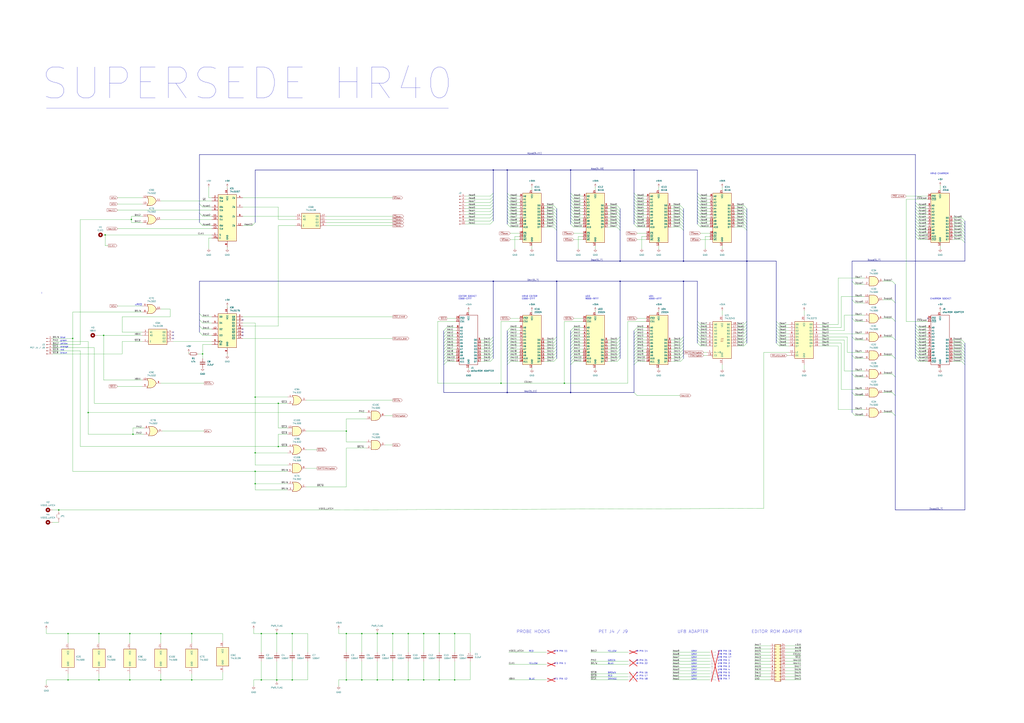
<source format=kicad_sch>
(kicad_sch (version 20231120) (generator "eeschema") (generator_version "8.0")
  (paper "A1")
  (title_block (title "SUPERSEDE HR40") (date "2023-02-21") (rev "V001") (comment 1 "reverse-engineered in 2023") (comment 2 "creativecommons.org/licenses/by-sa/4.0/") (comment 3 "License: CC BY-SA 4.0") (comment 4 "Author: InsaneDruid"))
  (junction (at 411.48 314.96))
  (junction (at 59.69 278.13))
  (junction (at 468.63 322.58))
  (junction (at 457.2 231.14))
  (junction (at 322.58 558.8))
  (junction (at 416.56 322.58))
  (junction (at 284.48 354.33))
  (junction (at 85.09 275.59))
  (junction (at 228.6 367.03))
  (junction (at 106.68 558.8))
  (junction (at 347.98 520.7))
  (junction (at 416.56 139.7))
  (junction (at 157.48 558.8))
  (junction (at 214.63 520.7))
  (junction (at 240.03 558.8))
  (junction (at 166.37 290.83))
  (junction (at 405.13 231.14))
  (junction (at 109.22 356.87))
  (junction (at 72.39 339.09))
  (junction (at 309.88 520.7))
  (junction (at 48.26 419.1))
  (junction (at 335.28 520.7))
  (junction (at 373.38 520.7))
  (junction (at 132.08 558.8))
  (junction (at 322.58 520.7))
  (junction (at 309.88 558.8))
  (junction (at 509.27 214.63))
  (junction (at 561.34 231.14))
  (junction (at 227.33 520.7))
  (junction (at 509.27 231.14))
  (junction (at 520.7 139.7))
  (junction (at 132.08 520.7))
  (junction (at 335.28 558.8))
  (junction (at 86.36 193.04))
  (junction (at 284.48 520.7))
  (junction (at 106.68 520.7))
  (junction (at 55.88 520.7))
  (junction (at 81.28 520.7))
  (junction (at 297.18 558.8))
  (junction (at 157.48 520.7))
  (junction (at 468.63 139.7))
  (junction (at 107.95 180.34))
  (junction (at 240.03 520.7))
  (junction (at 347.98 558.8))
  (junction (at 297.18 520.7))
  (junction (at 209.55 387.35))
  (junction (at 360.68 558.8))
  (junction (at 214.63 558.8))
  (junction (at 405.13 139.7))
  (junction (at 228.6 331.47))
  (junction (at 55.88 558.8))
  (junction (at 561.34 214.63))
  (junction (at 284.48 558.8))
  (junction (at 613.41 214.63))
  (junction (at 463.55 314.96))
  (junction (at 209.55 397.51))
  (junction (at 373.38 558.8))
  (junction (at 227.33 558.8))
  (junction (at 81.28 558.8))
  (junction (at 209.55 326.39))
  (junction (at 209.55 372.11))
  (junction (at 360.68 520.7))
  (no_connect (at 762 261.62))
  (no_connect (at 199.39 262.89))
  (no_connect (at 142.24 278.13))
  (no_connect (at 142.24 275.59))
  (no_connect (at 199.39 270.51))
  (no_connect (at 142.24 273.05))
  (no_connect (at 199.39 275.59))
  (no_connect (at 199.39 273.05))
  (bus_entry (at 610.87 176.53) (size 2.54 2.54))
  (bus_entry (at 613.41 266.7) (size -2.54 2.54))
  (bus_entry (at 558.8 284.48) (size 2.54 -2.54))
  (bus_entry (at 637.54 279.4) (size 2.54 2.54))
  (bus_entry (at 610.87 179.07) (size 2.54 2.54))
  (bus_entry (at 471.17 184.15) (size -2.54 -2.54))
  (bus_entry (at 419.1 161.29) (size -2.54 -2.54))
  (bus_entry (at 471.17 171.45) (size -2.54 -2.54))
  (bus_entry (at 637.54 274.32) (size 2.54 2.54))
  (bus_entry (at 523.24 181.61) (size -2.54 -2.54))
  (bus_entry (at 610.87 186.69) (size 2.54 2.54))
  (bus_entry (at 416.56 299.72) (size 2.54 -2.54))
  (bus_entry (at 751.84 176.53) (size 2.54 2.54))
  (bus_entry (at 468.63 271.78) (size 2.54 -2.54))
  (bus_entry (at 572.77 276.86) (size 2.54 2.54))
  (bus_entry (at 454.66 294.64) (size 2.54 -2.54))
  (bus_entry (at 520.7 274.32) (size 2.54 -2.54))
  (bus_entry (at 468.63 292.1) (size 2.54 -2.54))
  (bus_entry (at 506.73 171.45) (size 2.54 2.54))
  (bus_entry (at 364.49 284.48) (size 2.54 -2.54))
  (bus_entry (at 613.41 281.94) (size -2.54 2.54))
  (bus_entry (at 751.84 274.32) (size 2.54 2.54))
  (bus_entry (at 402.59 289.56) (size 2.54 -2.54))
  (bus_entry (at 751.84 292.1) (size 2.54 2.54))
  (bus_entry (at 402.59 287.02) (size 2.54 -2.54))
  (bus_entry (at 523.24 163.83) (size -2.54 -2.54))
  (bus_entry (at 416.56 289.56) (size 2.54 -2.54))
  (bus_entry (at 163.83 257.81) (size 2.54 2.54))
  (bus_entry (at 506.73 294.64) (size 2.54 -2.54))
  (bus_entry (at 789.94 284.48) (size 2.54 2.54))
  (bus_entry (at 732.79 261.62) (size 2.54 2.54))
  (bus_entry (at 454.66 292.1) (size 2.54 -2.54))
  (bus_entry (at 471.17 166.37) (size -2.54 -2.54))
  (bus_entry (at 789.94 186.69) (size 2.54 2.54))
  (bus_entry (at 506.73 179.07) (size 2.54 2.54))
  (bus_entry (at 610.87 173.99) (size 2.54 2.54))
  (bus_entry (at 405.13 166.37) (size -2.54 2.54))
  (bus_entry (at 751.84 171.45) (size 2.54 2.54))
  (bus_entry (at 558.8 292.1) (size 2.54 -2.54))
  (bus_entry (at 402.59 294.64) (size 2.54 -2.54))
  (bus_entry (at 575.31 176.53) (size -2.54 -2.54))
  (bus_entry (at 454.66 287.02) (size 2.54 -2.54))
  (bus_entry (at 558.8 184.15) (size 2.54 2.54))
  (bus_entry (at 789.94 194.31) (size 2.54 2.54))
  (bus_entry (at 468.63 276.86) (size 2.54 -2.54))
  (bus_entry (at 575.31 163.83) (size -2.54 -2.54))
  (bus_entry (at 558.8 179.07) (size 2.54 2.54))
  (bus_entry (at 572.77 269.24) (size 2.54 2.54))
  (bus_entry (at 575.31 171.45) (size -2.54 -2.54))
  (bus_entry (at 699.77 322.58) (size 2.54 2.54))
  (bus_entry (at 419.1 176.53) (size -2.54 -2.54))
  (bus_entry (at 468.63 274.32) (size 2.54 -2.54))
  (bus_entry (at 751.84 166.37) (size 2.54 2.54))
  (bus_entry (at 613.41 269.24) (size -2.54 2.54))
  (bus_entry (at 506.73 292.1) (size 2.54 -2.54))
  (bus_entry (at 751.84 189.23) (size 2.54 2.54))
  (bus_entry (at 789.94 181.61) (size 2.54 2.54))
  (bus_entry (at 364.49 276.86) (size 2.54 -2.54))
  (bus_entry (at 610.87 171.45) (size 2.54 2.54))
  (bus_entry (at 416.56 271.78) (size 2.54 -2.54))
  (bus_entry (at 572.77 279.4) (size 2.54 2.54))
  (bus_entry (at 699.77 339.09) (size 2.54 2.54))
  (bus_entry (at 751.84 294.64) (size 2.54 2.54))
  (bus_entry (at 506.73 181.61) (size 2.54 2.54))
  (bus_entry (at 751.84 184.15) (size 2.54 2.54))
  (bus_entry (at 613.41 276.86) (size -2.54 2.54))
  (bus_entry (at 506.73 279.4) (size 2.54 -2.54))
  (bus_entry (at 751.84 287.02) (size 2.54 2.54))
  (bus_entry (at 789.94 292.1) (size 2.54 2.54))
  (bus_entry (at 454.66 281.94) (size 2.54 -2.54))
  (bus_entry (at 751.84 173.99) (size 2.54 2.54))
  (bus_entry (at 751.84 181.61) (size 2.54 2.54))
  (bus_entry (at 163.83 167.64) (size 2.54 2.54))
  (bus_entry (at 575.31 161.29) (size -2.54 -2.54))
  (bus_entry (at 416.56 279.4) (size 2.54 -2.54))
  (bus_entry (at 699.77 307.34) (size 2.54 2.54))
  (bus_entry (at 454.66 184.15) (size 2.54 2.54))
  (bus_entry (at 789.94 189.23) (size 2.54 2.54))
  (bus_entry (at 637.54 264.16) (size 2.54 2.54))
  (bus_entry (at 558.8 281.94) (size 2.54 -2.54))
  (bus_entry (at 789.94 281.94) (size 2.54 2.54))
  (bus_entry (at 506.73 176.53) (size 2.54 2.54))
  (bus_entry (at 454.66 279.4) (size 2.54 -2.54))
  (bus_entry (at 520.7 297.18) (size 2.54 -2.54))
  (bus_entry (at 468.63 297.18) (size 2.54 -2.54))
  (bus_entry (at 402.59 284.48) (size 2.54 -2.54))
  (bus_entry (at 468.63 284.48) (size 2.54 -2.54))
  (bus_entry (at 789.94 279.4) (size 2.54 2.54))
  (bus_entry (at 613.41 264.16) (size -2.54 2.54))
  (bus_entry (at 364.49 289.56) (size 2.54 -2.54))
  (bus_entry (at 520.7 284.48) (size 2.54 -2.54))
  (bus_entry (at 468.63 279.4) (size 2.54 -2.54))
  (bus_entry (at 405.13 179.07) (size -2.54 2.54))
  (bus_entry (at 402.59 281.94) (size 2.54 -2.54))
  (bus_entry (at 163.83 182.88) (size 2.54 2.54))
  (bus_entry (at 454.66 176.53) (size 2.54 2.54))
  (bus_entry (at 471.17 179.07) (size -2.54 -2.54))
  (bus_entry (at 637.54 276.86) (size 2.54 2.54))
  (bus_entry (at 699.77 231.14) (size 2.54 2.54))
  (bus_entry (at 506.73 186.69) (size 2.54 2.54))
  (bus_entry (at 520.7 281.94) (size 2.54 -2.54))
  (bus_entry (at 419.1 168.91) (size -2.54 -2.54))
  (bus_entry (at 558.8 176.53) (size 2.54 2.54))
  (bus_entry (at 789.94 297.18) (size 2.54 2.54))
  (bus_entry (at 637.54 269.24) (size 2.54 2.54))
  (bus_entry (at 558.8 186.69) (size 2.54 2.54))
  (bus_entry (at 523.24 176.53) (size -2.54 -2.54))
  (bus_entry (at 454.66 284.48) (size 2.54 -2.54))
  (bus_entry (at 419.1 166.37) (size -2.54 -2.54))
  (bus_entry (at 416.56 297.18) (size 2.54 -2.54))
  (bus_entry (at 732.79 231.14) (size 2.54 2.54))
  (bus_entry (at 405.13 163.83) (size -2.54 2.54))
  (bus_entry (at 699.77 246.38) (size 2.54 2.54))
  (bus_entry (at 419.1 179.07) (size -2.54 -2.54))
  (bus_entry (at 468.63 281.94) (size 2.54 -2.54))
  (bus_entry (at 613.41 274.32) (size -2.54 2.54))
  (bus_entry (at 699.77 292.1) (size 2.54 2.54))
  (bus_entry (at 163.83 175.26) (size 2.54 2.54))
  (bus_entry (at 789.94 179.07) (size 2.54 2.54))
  (bus_entry (at 506.73 281.94) (size 2.54 -2.54))
  (bus_entry (at 523.24 166.37) (size -2.54 -2.54))
  (bus_entry (at 405.13 181.61) (size -2.54 2.54))
  (bus_entry (at 416.56 281.94) (size 2.54 -2.54))
  (bus_entry (at 454.66 179.07) (size 2.54 2.54))
  (bus_entry (at 523.24 168.91) (size -2.54 -2.54))
  (bus_entry (at 471.17 186.69) (size -2.54 -2.54))
  (bus_entry (at 416.56 276.86) (size 2.54 -2.54))
  (bus_entry (at 751.84 191.77) (size 2.54 2.54))
  (bus_entry (at 364.49 294.64) (size 2.54 -2.54))
  (bus_entry (at 454.66 168.91) (size 2.54 2.54))
  (bus_entry (at 419.1 184.15) (size -2.54 -2.54))
  (bus_entry (at 207.01 185.42) (size 2.54 -2.54))
  (bus_entry (at 732.79 307.34) (size 2.54 2.54))
  (bus_entry (at 699.77 261.62) (size 2.54 2.54))
  (bus_entry (at 575.31 173.99) (size -2.54 -2.54))
  (bus_entry (at 575.31 179.07) (size -2.54 -2.54))
  (bus_entry (at 416.56 287.02) (size 2.54 -2.54))
  (bus_entry (at 520.7 271.78) (size 2.54 -2.54))
  (bus_entry (at 405.13 161.29) (size -2.54 2.54))
  (bus_entry (at 468.63 294.64) (size 2.54 -2.54))
  (bus_entry (at 575.31 186.69) (size -2.54 -2.54))
  (bus_entry (at 416.56 292.1) (size 2.54 -2.54))
  (bus_entry (at 471.17 163.83) (size -2.54 -2.54))
  (bus_entry (at 732.79 276.86) (size 2.54 2.54))
  (bus_entry (at 789.94 294.64) (size 2.54 2.54))
  (bus_entry (at 454.66 289.56) (size 2.54 -2.54))
  (bus_entry (at 575.31 181.61) (size -2.54 -2.54))
  (bus_entry (at 520.7 294.64) (size 2.54 -2.54))
  (bus_entry (at 364.49 281.94) (size 2.54 -2.54))
  (bus_entry (at 405.13 171.45) (size -2.54 2.54))
  (bus_entry (at 471.17 168.91) (size -2.54 -2.54))
  (bus_entry (at 364.49 299.72) (size 2.54 -2.54))
  (bus_entry (at 523.24 179.07) (size -2.54 -2.54))
  (bus_entry (at 575.31 168.91) (size -2.54 -2.54))
  (bus_entry (at 405.13 173.99) (size -2.54 2.54))
  (bus_entry (at 613.41 271.78) (size -2.54 2.54))
  (bus_entry (at 751.84 186.69) (size 2.54 2.54))
  (bus_entry (at 751.84 168.91) (size 2.54 2.54))
  (bus_entry (at 364.49 292.1) (size 2.54 -2.54))
  (bus_entry (at 364.49 287.02) (size 2.54 -2.54))
  (bus_entry (at 751.84 271.78) (size 2.54 2.54))
  (bus_entry (at 520.7 276.86) (size 2.54 -2.54))
  (bus_entry (at 732.79 292.1) (size 2.54 2.54))
  (bus_entry (at 520.7 289.56) (size 2.54 -2.54))
  (bus_entry (at 732.79 339.09) (size 2.54 2.54))
  (bus_entry (at 558.8 297.18) (size 2.54 -2.54))
  (bus_entry (at 610.87 168.91) (size 2.54 2.54))
  (bus_entry (at 523.24 173.99) (size -2.54 -2.54))
  (bus_entry (at 572.77 271.78) (size 2.54 2.54))
  (bus_entry (at 751.84 276.86) (size 2.54 2.54))
  (bus_entry (at 454.66 171.45) (size 2.54 2.54))
  (bus_entry (at 637.54 271.78) (size 2.54 2.54))
  (bus_entry (at 751.84 281.94) (size 2.54 2.54))
  (bus_entry (at 454.66 186.69) (size 2.54 2.54))
  (bus_entry (at 751.84 269.24) (size 2.54 2.54))
  (bus_entry (at 471.17 161.29) (size -2.54 -2.54))
  (bus_entry (at 364.49 279.4) (size 2.54 -2.54))
  (bus_entry (at 471.17 176.53) (size -2.54 -2.54))
  (bus_entry (at 364.49 274.32) (size 2.54 -2.54))
  (bus_entry (at 610.87 184.15) (size 2.54 2.54))
  (bus_entry (at 637.54 266.7) (size 2.54 2.54))
  (bus_entry (at 419.1 171.45) (size -2.54 -2.54))
  (bus_entry (at 506.73 173.99) (size 2.54 2.54))
  (bus_entry (at 523.24 184.15) (size -2.54 -2.54))
  (bus_entry (at 789.94 287.02) (size 2.54 2.54))
  (bus_entry (at 613.41 279.4) (size -2.54 2.54))
  (bus_entry (at 572.77 266.7) (size 2.54 2.54))
  (bus_entry (at 558.8 294.64) (size 2.54 -2.54))
  (bus_entry (at 637.54 281.94) (size 2.54 2.54))
  (bus_entry (at 163.83 262.89) (size 2.54 2.54))
  (bus_entry (at 558.8 168.91) (size 2.54 2.54))
  (bus_entry (at 364.49 297.18) (size 2.54 -2.54))
  (bus_entry (at 471.17 173.99) (size -2.54 -2.54))
  (bus_entry (at 506.73 184.15) (size 2.54 2.54))
  (bus_entry (at 732.79 322.58) (size 2.54 2.54))
  (bus_entry (at 751.84 284.48) (size 2.54 2.54))
  (bus_entry (at 506.73 284.48) (size 2.54 -2.54))
  (bus_entry (at 558.8 287.02) (size 2.54 -2.54))
  (bus_entry (at 558.8 289.56) (size 2.54 -2.54))
  (bus_entry (at 163.83 267.97) (size 2.54 2.54))
  (bus_entry (at 416.56 294.64) (size 2.54 -2.54))
  (bus_entry (at 405.13 168.91) (size -2.54 2.54))
  (bus_entry (at 468.63 289.56) (size 2.54 -2.54))
  (bus_entry (at 506.73 168.91) (size 2.54 2.54))
  (bus_entry (at 558.8 181.61) (size 2.54 2.54))
  (bus_entry (at 520.7 279.4) (size 2.54 -2.54))
  (bus_entry (at 506.73 297.18) (size 2.54 -2.54))
  (bus_entry (at 416.56 284.48) (size 2.54 -2.54))
  (bus_entry (at 419.1 181.61) (size -2.54 -2.54))
  (bus_entry (at 419.1 163.83) (size -2.54 -2.54))
  (bus_entry (at 454.66 173.99) (size 2.54 2.54))
  (bus_entry (at 402.59 292.1) (size 2.54 -2.54))
  (bus_entry (at 523.24 171.45) (size -2.54 -2.54))
  (bus_entry (at 419.1 173.99) (size -2.54 -2.54))
  (bus_entry (at 575.31 166.37) (size -2.54 -2.54))
  (bus_entry (at 405.13 158.75) (size -2.54 2.54))
  (bus_entry (at 751.84 289.56) (size 2.54 2.54))
  (bus_entry (at 751.84 179.07) (size 2.54 2.54))
  (bus_entry (at 454.66 297.18) (size 2.54 -2.54))
  (bus_entry (at 506.73 287.02) (size 2.54 -2.54))
  (bus_entry (at 523.24 161.29) (size -2.54 -2.54))
  (bus_entry (at 520.7 322.58) (size 2.54 2.54))
  (bus_entry (at 468.63 287.02) (size 2.54 -2.54))
  (bus_entry (at 468.63 299.72) (size 2.54 -2.54))
  (bus_entry (at 471.17 181.61) (size -2.54 -2.54))
  (bus_entry (at 751.84 279.4) (size 2.54 2.54))
  (bus_entry (at 572.77 281.94) (size 2.54 2.54))
  (bus_entry (at 364.49 271.78) (size 2.54 -2.54))
  (bus_entry (at 520.7 287.02) (size 2.54 -2.54))
  (bus_entry (at 558.8 171.45) (size 2.54 2.54))
  (bus_entry (at 416.56 274.32) (size 2.54 -2.54))
  (bus_entry (at 520.7 299.72) (size 2.54 -2.54))
  (bus_entry (at 789.94 191.77) (size 2.54 2.54))
  (bus_entry (at 572.77 264.16) (size 2.54 2.54))
  (bus_entry (at 520.7 292.1) (size 2.54 -2.54))
  (bus_entry (at 699.77 276.86) (size 2.54 2.54))
  (bus_entry (at 163.83 273.05) (size 2.54 2.54))
  (bus_entry (at 610.87 181.61) (size 2.54 2.54))
  (bus_entry (at 402.59 297.18) (size 2.54 -2.54))
  (bus_entry (at 558.8 279.4) (size 2.54 -2.54))
  (bus_entry (at 523.24 186.69) (size -2.54 -2.54))
  (bus_entry (at 789.94 289.56) (size 2.54 2.54))
  (bus_entry (at 558.8 173.99) (size 2.54 2.54))
  (bus_entry (at 575.31 184.15) (size -2.54 -2.54))
  (bus_entry (at 454.66 181.61) (size 2.54 2.54))
  (bus_entry (at 402.59 279.4) (size 2.54 -2.54))
  (bus_entry (at 751.84 266.7) (size 2.54 2.54))
  (bus_entry (at 572.77 274.32) (size 2.54 2.54))
  (bus_entry (at 419.1 186.69) (size -2.54 -2.54))
  (bus_entry (at 506.73 289.56) (size 2.54 -2.54))
  (bus_entry (at 751.84 194.31) (size 2.54 2.54))
  (bus_entry (at 732.79 246.38) (size 2.54 2.54))
  (bus_entry (at 789.94 196.85) (size 2.54 2.54))
  (bus_entry (at 405.13 176.53) (size -2.54 2.54))
  (bus_entry (at 789.94 184.15) (size 2.54 2.54))
  (wire (pts (xy 575.31 271.78) (xy 580.39 271.78)))
  (wire (pts (xy 693.42 304.8) (xy 709.93 304.8)))
  (wire (pts (xy 575.31 186.69) (xy 582.93 186.69)))
  (wire (pts (xy 72.39 339.09) (xy 72.39 356.87)))
  (wire (pts (xy 411.48 314.96) (xy 463.55 314.96)))
  (wire (pts (xy 744.22 161.29) (xy 762 161.29)))
  (wire (pts (xy 673.1 279.4) (xy 693.42 279.4)))
  (wire (pts (xy 66.04 288.29) (xy 66.04 367.03)))
  (bus (pts (xy 561.34 292.1) (xy 561.34 289.56)))
  (wire (pts (xy 419.1 297.18) (xy 426.72 297.18)))
  (wire (pts (xy 367.03 289.56) (xy 374.65 289.56)))
  (wire (pts (xy 527.05 194.31) (xy 527.05 204.47)))
  (wire (pts (xy 754.38 297.18) (xy 762 297.18)))
  (wire (pts (xy 593.09 255.27) (xy 593.09 259.08)))
  (bus (pts (xy 509.27 184.15) (xy 509.27 186.69)))
  (wire (pts (xy 209.55 326.39) (xy 236.22 326.39)))
  (bus (pts (xy 468.63 163.83) (xy 468.63 166.37)))
  (wire (pts (xy 772.16 302.26) (xy 772.16 303.53)))
  (bus (pts (xy 572.77 168.91) (xy 572.77 171.45)))
  (wire (pts (xy 541.02 153.67) (xy 541.02 156.21)))
  (wire (pts (xy 499.11 279.4) (xy 506.73 279.4)))
  (wire (pts (xy 209.55 402.59) (xy 209.55 397.51)))
  (wire (pts (xy 100.33 273.05) (xy 100.33 260.35)))
  (wire (pts (xy 322.58 162.56) (xy 199.39 162.56)))
  (wire (pts (xy 603.25 179.07) (xy 610.87 179.07)))
  (wire (pts (xy 419.1 191.77) (xy 426.72 191.77)))
  (wire (pts (xy 660.4 299.72) (xy 660.4 303.53)))
  (wire (pts (xy 640.08 271.78) (xy 647.7 271.78)))
  (wire (pts (xy 782.32 287.02) (xy 789.94 287.02)))
  (wire (pts (xy 166.37 177.8) (xy 173.99 177.8)))
  (wire (pts (xy 208.28 558.8) (xy 214.63 558.8)))
  (wire (pts (xy 551.18 184.15) (xy 558.8 184.15)))
  (wire (pts (xy 645.16 548.64) (xy 657.86 548.64)))
  (wire (pts (xy 488.95 201.93) (xy 488.95 204.47)))
  (wire (pts (xy 619.76 535.94) (xy 632.46 535.94)))
  (wire (pts (xy 552.45 558.8) (xy 582.93 558.8)))
  (wire (pts (xy 744.22 163.83) (xy 762 163.83)))
  (wire (pts (xy 96.52 317.5) (xy 116.84 317.5)))
  (wire (pts (xy 133.35 354.33) (xy 167.64 354.33)))
  (wire (pts (xy 182.88 520.7) (xy 182.88 527.05)))
  (wire (pts (xy 673.1 266.7) (xy 688.34 266.7)))
  (wire (pts (xy 575.31 191.77) (xy 582.93 191.77)))
  (bus (pts (xy 416.56 297.18) (xy 416.56 299.72)))
  (bus (pts (xy 735.33 264.16) (xy 735.33 279.4)))
  (bus (pts (xy 735.33 341.63) (xy 735.33 419.1)))
  (wire (pts (xy 384.81 302.26) (xy 384.81 303.53)))
  (wire (pts (xy 373.38 520.7) (xy 386.08 520.7)))
  (bus (pts (xy 751.84 292.1) (xy 751.84 294.64)))
  (bus (pts (xy 613.41 173.99) (xy 613.41 176.53)))
  (wire (pts (xy 186.69 153.67) (xy 186.69 154.94)))
  (wire (pts (xy 523.24 292.1) (xy 530.86 292.1)))
  (wire (pts (xy 251.46 328.93) (xy 322.58 328.93)))
  (wire (pts (xy 523.24 274.32) (xy 530.86 274.32)))
  (wire (pts (xy 436.88 153.67) (xy 436.88 156.21)))
  (wire (pts (xy 610.87 269.24) (xy 605.79 269.24)))
  (wire (pts (xy 523.24 179.07) (xy 530.86 179.07)))
  (wire (pts (xy 166.37 270.51) (xy 173.99 270.51)))
  (wire (pts (xy 673.1 274.32) (xy 709.93 274.32)))
  (wire (pts (xy 284.48 363.22) (xy 284.48 354.33)))
  (bus (pts (xy 637.54 279.4) (xy 637.54 276.86)))
  (wire (pts (xy 575.31 163.83) (xy 582.93 163.83)))
  (bus (pts (xy 416.56 289.56) (xy 416.56 292.1)))
  (wire (pts (xy 577.85 292.1) (xy 580.39 292.1)))
  (wire (pts (xy 603.25 168.91) (xy 610.87 168.91)))
  (wire (pts (xy 619.76 543.56) (xy 632.46 543.56)))
  (wire (pts (xy 471.17 297.18) (xy 478.79 297.18)))
  (wire (pts (xy 100.33 273.05) (xy 116.84 273.05)))
  (wire (pts (xy 66.04 283.21) (xy 43.18 283.21)))
  (wire (pts (xy 523.24 173.99) (xy 530.86 173.99)))
  (wire (pts (xy 77.47 331.47) (xy 228.6 331.47)))
  (bus (pts (xy 509.27 231.14) (xy 509.27 276.86)))
  (bus (pts (xy 405.13 166.37) (xy 405.13 163.83)))
  (bus (pts (xy 457.2 231.14) (xy 509.27 231.14)))
  (bus (pts (xy 457.2 281.94) (xy 457.2 279.4)))
  (bus (pts (xy 520.7 294.64) (xy 520.7 297.18)))
  (wire (pts (xy 367.03 271.78) (xy 374.65 271.78)))
  (bus (pts (xy 699.77 214.63) (xy 699.77 231.14)))
  (wire (pts (xy 645.16 553.72) (xy 657.86 553.72)))
  (bus (pts (xy 163.83 257.81) (xy 163.83 262.89)))
  (wire (pts (xy 251.46 384.81) (xy 260.35 384.81)))
  (wire (pts (xy 575.31 166.37) (xy 582.93 166.37)))
  (bus (pts (xy 468.63 279.4) (xy 468.63 281.94)))
  (wire (pts (xy 478.79 261.62) (xy 471.17 261.62)))
  (wire (pts (xy 240.03 520.7) (xy 252.73 520.7)))
  (wire (pts (xy 725.17 261.62) (xy 732.79 261.62)))
  (bus (pts (xy 468.63 158.75) (xy 468.63 161.29)))
  (wire (pts (xy 447.04 186.69) (xy 454.66 186.69)))
  (wire (pts (xy 610.87 271.78) (xy 605.79 271.78)))
  (wire (pts (xy 603.25 184.15) (xy 610.87 184.15)))
  (wire (pts (xy 575.31 173.99) (xy 582.93 173.99)))
  (wire (pts (xy 419.1 186.69) (xy 426.72 186.69)))
  (bus (pts (xy 163.83 175.26) (xy 163.83 182.88)))
  (wire (pts (xy 316.23 341.63) (xy 322.58 341.63)))
  (wire (pts (xy 690.88 281.94) (xy 690.88 320.04)))
  (bus (pts (xy 520.7 168.91) (xy 520.7 171.45)))
  (wire (pts (xy 523.24 176.53) (xy 530.86 176.53)))
  (bus (pts (xy 792.48 191.77) (xy 792.48 189.23)))
  (wire (pts (xy 702.31 341.63) (xy 709.93 341.63)))
  (bus (pts (xy 699.77 307.34) (xy 699.77 292.1)))
  (bus (pts (xy 613.41 186.69) (xy 613.41 189.23)))
  (wire (pts (xy 782.32 284.48) (xy 789.94 284.48)))
  (wire (pts (xy 419.1 271.78) (xy 426.72 271.78)))
  (wire (pts (xy 447.04 297.18) (xy 454.66 297.18)))
  (wire (pts (xy 690.88 243.84) (xy 709.93 243.84)))
  (wire (pts (xy 754.38 279.4) (xy 762 279.4)))
  (wire (pts (xy 782.32 294.64) (xy 789.94 294.64)))
  (wire (pts (xy 640.08 279.4) (xy 647.7 279.4)))
  (wire (pts (xy 673.1 276.86) (xy 695.96 276.86)))
  (wire (pts (xy 419.1 276.86) (xy 426.72 276.86)))
  (bus (pts (xy 572.77 179.07) (xy 572.77 181.61)))
  (wire (pts (xy 227.33 543.56) (xy 227.33 558.8)))
  (bus (pts (xy 613.41 184.15) (xy 613.41 186.69)))
  (bus (pts (xy 209.55 139.7) (xy 405.13 139.7)))
  (wire (pts (xy 394.97 287.02) (xy 402.59 287.02)))
  (wire (pts (xy 782.32 189.23) (xy 789.94 189.23)))
  (wire (pts (xy 471.17 173.99) (xy 478.79 173.99)))
  (wire (pts (xy 471.17 166.37) (xy 478.79 166.37)))
  (bus (pts (xy 613.41 214.63) (xy 613.41 264.16)))
  (wire (pts (xy 575.31 161.29) (xy 582.93 161.29)))
  (wire (pts (xy 402.59 181.61) (xy 382.27 181.61)))
  (bus (pts (xy 520.7 139.7) (xy 520.7 158.75)))
  (wire (pts (xy 100.33 260.35) (xy 139.7 260.35)))
  (wire (pts (xy 107.95 177.8) (xy 107.95 180.34)))
  (bus (pts (xy 468.63 276.86) (xy 468.63 279.4)))
  (wire (pts (xy 228.6 356.87) (xy 228.6 367.03)))
  (wire (pts (xy 471.17 179.07) (xy 478.79 179.07)))
  (wire (pts (xy 523.24 269.24) (xy 530.86 269.24)))
  (wire (pts (xy 702.31 248.92) (xy 709.93 248.92)))
  (wire (pts (xy 186.69 290.83) (xy 186.69 292.1)))
  (wire (pts (xy 367.03 284.48) (xy 374.65 284.48)))
  (wire (pts (xy 646.43 292.1) (xy 647.7 292.1)))
  (bus (pts (xy 457.2 287.02) (xy 457.2 284.48)))
  (bus (pts (xy 416.56 168.91) (xy 416.56 166.37)))
  (bus (pts (xy 561.34 176.53) (xy 561.34 179.07)))
  (wire (pts (xy 252.73 520.7) (xy 252.73 535.94)))
  (wire (pts (xy 575.31 284.48) (xy 580.39 284.48)))
  (bus (pts (xy 509.27 287.02) (xy 509.27 284.48)))
  (wire (pts (xy 552.45 538.48) (xy 582.93 538.48)))
  (bus (pts (xy 699.77 246.38) (xy 699.77 231.14)))
  (bus (pts (xy 561.34 179.07) (xy 561.34 181.61)))
  (bus (pts (xy 468.63 179.07) (xy 468.63 181.61)))
  (wire (pts (xy 693.42 271.78) (xy 693.42 259.08)))
  (wire (pts (xy 610.87 284.48) (xy 605.79 284.48)))
  (wire (pts (xy 471.17 284.48) (xy 478.79 284.48)))
  (wire (pts (xy 499.11 294.64) (xy 506.73 294.64)))
  (wire (pts (xy 754.38 173.99) (xy 762 173.99)))
  (wire (pts (xy 309.88 543.56) (xy 309.88 558.8)))
  (bus (pts (xy 751.84 289.56) (xy 751.84 292.1)))
  (wire (pts (xy 744.22 264.16) (xy 762 264.16)))
  (bus (pts (xy 792.48 292.1) (xy 792.48 294.64)))
  (wire (pts (xy 754.38 186.69) (xy 762 186.69)))
  (wire (pts (xy 59.69 278.13) (xy 59.69 387.35)))
  (wire (pts (xy 471.17 276.86) (xy 478.79 276.86)))
  (bus (pts (xy 364.49 274.32) (xy 364.49 276.86)))
  (bus (pts (xy 637.54 274.32) (xy 637.54 271.78)))
  (wire (pts (xy 209.55 372.11) (xy 209.55 382.27)))
  (wire (pts (xy 471.17 274.32) (xy 478.79 274.32)))
  (wire (pts (xy 199.39 177.8) (xy 242.57 177.8)))
  (wire (pts (xy 640.08 274.32) (xy 647.7 274.32)))
  (wire (pts (xy 575.31 274.32) (xy 580.39 274.32)))
  (bus (pts (xy 364.49 299.72) (xy 364.49 322.58)))
  (wire (pts (xy 575.31 281.94) (xy 580.39 281.94)))
  (wire (pts (xy 214.63 520.7) (xy 227.33 520.7)))
  (wire (pts (xy 782.32 181.61) (xy 789.94 181.61)))
  (wire (pts (xy 619.76 541.02) (xy 632.46 541.02)))
  (wire (pts (xy 373.38 543.56) (xy 373.38 558.8)))
  (wire (pts (xy 523.24 271.78) (xy 530.86 271.78)))
  (bus (pts (xy 457.2 279.4) (xy 457.2 276.86)))
  (wire (pts (xy 59.69 256.54) (xy 116.84 256.54)))
  (wire (pts (xy 335.28 558.8) (xy 347.98 558.8)))
  (wire (pts (xy 471.17 269.24) (xy 478.79 269.24)))
  (wire (pts (xy 499.11 168.91) (xy 506.73 168.91)))
  (wire (pts (xy 725.17 231.14) (xy 732.79 231.14)))
  (bus (pts (xy 699.77 214.63) (xy 792.48 214.63)))
  (wire (pts (xy 471.17 271.78) (xy 478.79 271.78)))
  (bus (pts (xy 416.56 176.53) (xy 416.56 173.99)))
  (wire (pts (xy 228.6 331.47) (xy 236.22 331.47)))
  (bus (pts (xy 509.27 289.56) (xy 509.27 287.02)))
  (bus (pts (xy 364.49 287.02) (xy 364.49 289.56)))
  (wire (pts (xy 394.97 289.56) (xy 402.59 289.56)))
  (wire (pts (xy 499.11 184.15) (xy 506.73 184.15)))
  (bus (pts (xy 735.33 419.1) (xy 792.48 419.1)))
  (wire (pts (xy 419.1 181.61) (xy 426.72 181.61)))
  (wire (pts (xy 551.18 181.61) (xy 558.8 181.61)))
  (wire (pts (xy 551.18 287.02) (xy 558.8 287.02)))
  (wire (pts (xy 236.22 356.87) (xy 228.6 356.87)))
  (bus (pts (xy 735.33 341.63) (xy 735.33 325.12)))
  (wire (pts (xy 754.38 294.64) (xy 762 294.64)))
  (wire (pts (xy 402.59 166.37) (xy 382.27 166.37)))
  (wire (pts (xy 394.97 297.18) (xy 402.59 297.18)))
  (bus (pts (xy 572.77 163.83) (xy 572.77 166.37)))
  (wire (pts (xy 645.16 551.18) (xy 657.86 551.18)))
  (wire (pts (xy 754.38 194.31) (xy 762 194.31)))
  (bus (pts (xy 468.63 161.29) (xy 468.63 163.83)))
  (wire (pts (xy 394.97 292.1) (xy 402.59 292.1)))
  (wire (pts (xy 754.38 184.15) (xy 762 184.15)))
  (bus (pts (xy 751.84 168.91) (xy 751.84 166.37)))
  (wire (pts (xy 208.28 558.8) (xy 208.28 563.88)))
  (wire (pts (xy 96.52 187.96) (xy 173.99 187.96)))
  (wire (pts (xy 551.18 284.48) (xy 558.8 284.48)))
  (wire (pts (xy 552.45 535.94) (xy 582.93 535.94)))
  (wire (pts (xy 690.88 243.84) (xy 690.88 269.24)))
  (bus (pts (xy 509.27 294.64) (xy 509.27 292.1)))
  (wire (pts (xy 360.68 520.7) (xy 360.68 535.94)))
  (wire (pts (xy 228.6 351.79) (xy 236.22 351.79)))
  (bus (pts (xy 637.54 214.63) (xy 637.54 264.16)))
  (bus (pts (xy 520.7 166.37) (xy 520.7 168.91)))
  (wire (pts (xy 55.88 528.32) (xy 55.88 520.7)))
  (wire (pts (xy 523.24 287.02) (xy 530.86 287.02)))
  (wire (pts (xy 702.31 233.68) (xy 709.93 233.68)))
  (wire (pts (xy 702.31 309.88) (xy 709.93 309.88)))
  (bus (pts (xy 520.7 279.4) (xy 520.7 281.94)))
  (wire (pts (xy 754.38 274.32) (xy 762 274.32)))
  (bus (pts (xy 405.13 139.7) (xy 405.13 158.75)))
  (wire (pts (xy 619.76 556.26) (xy 632.46 556.26)))
  (wire (pts (xy 419.1 176.53) (xy 426.72 176.53)))
  (wire (pts (xy 166.37 260.35) (xy 173.99 260.35)))
  (bus (pts (xy 561.34 173.99) (xy 561.34 176.53)))
  (wire (pts (xy 55.88 558.8) (xy 55.88 553.72)))
  (bus (pts (xy 572.77 158.75) (xy 572.77 161.29)))
  (wire (pts (xy 575.31 276.86) (xy 580.39 276.86)))
  (wire (pts (xy 660.4 255.27) (xy 660.4 259.08)))
  (bus (pts (xy 637.54 269.24) (xy 637.54 266.7)))
  (bus (pts (xy 405.13 292.1) (xy 405.13 289.56)))
  (wire (pts (xy 419.1 173.99) (xy 426.72 173.99)))
  (bus (pts (xy 572.77 264.16) (xy 572.77 266.7)))
  (bus (pts (xy 416.56 292.1) (xy 416.56 294.64)))
  (bus (pts (xy 751.84 266.7) (xy 751.84 269.24)))
  (wire (pts (xy 214.63 543.56) (xy 214.63 558.8)))
  (wire (pts (xy 367.03 287.02) (xy 374.65 287.02)))
  (wire (pts (xy 640.08 276.86) (xy 647.7 276.86)))
  (wire (pts (xy 96.52 162.56) (xy 116.84 162.56)))
  (wire (pts (xy 182.88 552.45) (xy 182.88 558.8)))
  (bus (pts (xy 735.33 279.4) (xy 735.33 294.64)))
  (bus (pts (xy 457.2 289.56) (xy 457.2 287.02)))
  (bus (pts (xy 468.63 166.37) (xy 468.63 168.91)))
  (wire (pts (xy 107.95 177.8) (xy 116.84 177.8)))
  (bus (pts (xy 163.83 127) (xy 751.84 127)))
  (wire (pts (xy 360.68 520.7) (xy 347.98 520.7)))
  (bus (pts (xy 751.84 274.32) (xy 751.84 276.86)))
  (wire (pts (xy 278.13 520.7) (xy 284.48 520.7)))
  (wire (pts (xy 81.28 553.72) (xy 81.28 558.8)))
  (wire (pts (xy 551.18 186.69) (xy 558.8 186.69)))
  (wire (pts (xy 208.28 516.89) (xy 208.28 520.7)))
  (wire (pts (xy 284.48 354.33) (xy 284.48 344.17)))
  (wire (pts (xy 541.02 255.27) (xy 541.02 256.54)))
  (wire (pts (xy 419.1 179.07) (xy 426.72 179.07)))
  (bus (pts (xy 751.84 189.23) (xy 751.84 186.69)))
  (wire (pts (xy 267.97 177.8) (xy 322.58 177.8)))
  (wire (pts (xy 782.32 184.15) (xy 789.94 184.15)))
  (bus (pts (xy 572.77 271.78) (xy 572.77 274.32)))
  (bus (pts (xy 163.83 167.64) (xy 163.83 175.26)))
  (bus (pts (xy 468.63 322.58) (xy 520.7 322.58)))
  (wire (pts (xy 402.59 176.53) (xy 382.27 176.53)))
  (wire (pts (xy 782.32 186.69) (xy 789.94 186.69)))
  (wire (pts (xy 402.59 168.91) (xy 382.27 168.91)))
  (bus (pts (xy 468.63 271.78) (xy 468.63 274.32)))
  (bus (pts (xy 613.41 274.32) (xy 613.41 276.86)))
  (wire (pts (xy 228.6 367.03) (xy 66.04 367.03)))
  (wire (pts (xy 38.1 558.8) (xy 55.88 558.8)))
  (bus (pts (xy 457.2 171.45) (xy 457.2 173.99)))
  (wire (pts (xy 347.98 543.56) (xy 347.98 558.8)))
  (bus (pts (xy 457.2 179.07) (xy 457.2 181.61)))
  (bus (pts (xy 163.83 231.14) (xy 163.83 257.81)))
  (wire (pts (xy 725.17 246.38) (xy 732.79 246.38)))
  (wire (pts (xy 228.6 180.34) (xy 242.57 180.34)))
  (wire (pts (xy 474.98 194.31) (xy 474.98 204.47)))
  (wire (pts (xy 436.88 302.26) (xy 436.88 303.53)))
  (wire (pts (xy 48.26 419.1) (xy 43.18 419.1)))
  (bus (pts (xy 613.41 179.07) (xy 613.41 181.61)))
  (wire (pts (xy 72.39 339.09) (xy 72.39 280.67)))
  (wire (pts (xy 523.24 191.77) (xy 530.86 191.77)))
  (bus (pts (xy 572.77 176.53) (xy 572.77 179.07)))
  (wire (pts (xy 59.69 387.35) (xy 209.55 387.35)))
  (wire (pts (xy 575.31 269.24) (xy 580.39 269.24)))
  (wire (pts (xy 322.58 543.56) (xy 322.58 558.8)))
  (bus (pts (xy 751.84 194.31) (xy 751.84 266.7)))
  (wire (pts (xy 515.62 264.16) (xy 530.86 264.16)))
  (wire (pts (xy 772.16 152.4) (xy 772.16 156.21)))
  (wire (pts (xy 485.14 553.72) (xy 515.62 553.72)))
  (wire (pts (xy 335.28 558.8) (xy 322.58 558.8)))
  (wire (pts (xy 186.69 203.2) (xy 186.69 204.47)))
  (wire (pts (xy 335.28 535.94) (xy 335.28 520.7)))
  (wire (pts (xy 782.32 196.85) (xy 789.94 196.85)))
  (wire (pts (xy 386.08 520.7) (xy 386.08 535.94)))
  (wire (pts (xy 447.04 289.56) (xy 454.66 289.56)))
  (wire (pts (xy 367.03 281.94) (xy 374.65 281.94)))
  (wire (pts (xy 523.24 184.15) (xy 530.86 184.15)))
  (bus (pts (xy 792.48 186.69) (xy 792.48 184.15)))
  (bus (pts (xy 637.54 271.78) (xy 637.54 269.24)))
  (wire (pts (xy 72.39 339.09) (xy 300.99 339.09)))
  (wire (pts (xy 447.04 294.64) (xy 454.66 294.64)))
  (wire (pts (xy 109.22 351.79) (xy 109.22 356.87)))
  (bus (pts (xy 509.27 171.45) (xy 509.27 173.99)))
  (wire (pts (xy 284.48 520.7) (xy 297.18 520.7)))
  (wire (pts (xy 488.95 255.27) (xy 488.95 256.54)))
  (wire (pts (xy 688.34 336.55) (xy 709.93 336.55)))
  (bus (pts (xy 416.56 276.86) (xy 416.56 279.4)))
  (wire (pts (xy 402.59 161.29) (xy 382.27 161.29)))
  (bus (pts (xy 364.49 279.4) (xy 364.49 281.94)))
  (wire (pts (xy 66.04 180.34) (xy 66.04 283.21)))
  (wire (pts (xy 419.1 289.56) (xy 426.72 289.56)))
  (wire (pts (xy 772.16 201.93) (xy 772.16 204.47)))
  (bus (pts (xy 509.27 292.1) (xy 509.27 289.56)))
  (bus (pts (xy 457.2 189.23) (xy 457.2 214.63)))
  (bus (pts (xy 699.77 307.34) (xy 699.77 322.58)))
  (wire (pts (xy 347.98 520.7) (xy 335.28 520.7)))
  (wire (pts (xy 157.48 553.72) (xy 157.48 558.8)))
  (bus (pts (xy 520.7 161.29) (xy 520.7 163.83)))
  (wire (pts (xy 552.45 548.64) (xy 582.93 548.64)))
  (wire (pts (xy 447.04 168.91) (xy 454.66 168.91)))
  (wire (pts (xy 240.03 543.56) (xy 240.03 558.8)))
  (wire (pts (xy 419.1 171.45) (xy 426.72 171.45)))
  (wire (pts (xy 575.31 179.07) (xy 582.93 179.07)))
  (wire (pts (xy 499.11 287.02) (xy 506.73 287.02)))
  (bus (pts (xy 405.13 139.7) (xy 416.56 139.7)))
  (wire (pts (xy 227.33 520.7) (xy 227.33 535.94)))
  (wire (pts (xy 240.03 558.8) (xy 252.73 558.8)))
  (wire (pts (xy 209.55 397.51) (xy 209.55 387.35)))
  (wire (pts (xy 360.68 543.56) (xy 360.68 558.8)))
  (bus (pts (xy 416.56 173.99) (xy 416.56 171.45)))
  (bus (pts (xy 613.41 271.78) (xy 613.41 274.32)))
  (wire (pts (xy 725.17 339.09) (xy 732.79 339.09)))
  (wire (pts (xy 109.22 356.87) (xy 118.11 356.87)))
  (bus (pts (xy 468.63 284.48) (xy 468.63 287.02)))
  (bus (pts (xy 405.13 179.07) (xy 405.13 176.53)))
  (bus (pts (xy 468.63 299.72) (xy 468.63 322.58)))
  (wire (pts (xy 367.03 261.62) (xy 374.65 261.62)))
  (wire (pts (xy 417.83 546.1) (xy 448.31 546.1)))
  (wire (pts (xy 478.79 264.16) (xy 463.55 264.16)))
  (bus (pts (xy 163.83 273.05) (xy 163.83 267.97)))
  (wire (pts (xy 182.88 558.8) (xy 157.48 558.8)))
  (wire (pts (xy 695.96 289.56) (xy 695.96 276.86)))
  (bus (pts (xy 751.84 281.94) (xy 751.84 284.48)))
  (wire (pts (xy 447.04 179.07) (xy 454.66 179.07)))
  (wire (pts (xy 471.17 161.29) (xy 478.79 161.29)))
  (wire (pts (xy 702.31 264.16) (xy 709.93 264.16)))
  (wire (pts (xy 551.18 297.18) (xy 558.8 297.18)))
  (bus (pts (xy 572.77 161.29) (xy 572.77 163.83)))
  (bus (pts (xy 405.13 294.64) (xy 405.13 292.1)))
  (wire (pts (xy 485.14 543.56) (xy 515.62 543.56)))
  (wire (pts (xy 236.22 382.27) (xy 209.55 382.27)))
  (wire (pts (xy 754.38 289.56) (xy 762 289.56)))
  (wire (pts (xy 782.32 194.31) (xy 789.94 194.31)))
  (wire (pts (xy 754.38 196.85) (xy 762 196.85)))
  (wire (pts (xy 693.42 304.8) (xy 693.42 279.4)))
  (wire (pts (xy 579.12 194.31) (xy 579.12 204.47)))
  (bus (pts (xy 735.33 233.68) (xy 735.33 248.92)))
  (wire (pts (xy 227.33 558.8) (xy 227.33 560.07)))
  (wire (pts (xy 300.99 363.22) (xy 284.48 363.22)))
  (wire (pts (xy 725.17 292.1) (xy 732.79 292.1)))
  (wire (pts (xy 419.1 269.24) (xy 426.72 269.24)))
  (wire (pts (xy 309.88 558.8) (xy 322.58 558.8)))
  (wire (pts (xy 725.17 307.34) (xy 732.79 307.34)))
  (wire (pts (xy 471.17 279.4) (xy 478.79 279.4)))
  (bus (pts (xy 509.27 231.14) (xy 561.34 231.14)))
  (wire (pts (xy 132.08 520.7) (xy 132.08 528.32)))
  (wire (pts (xy 227.33 520.7) (xy 240.03 520.7)))
  (wire (pts (xy 43.18 429.26) (xy 48.26 429.26)))
  (bus (pts (xy 735.33 294.64) (xy 735.33 309.88)))
  (wire (pts (xy 627.38 289.56) (xy 647.7 289.56)))
  (bus (pts (xy 613.41 276.86) (xy 613.41 279.4)))
  (bus (pts (xy 416.56 294.64) (xy 416.56 297.18)))
  (wire (pts (xy 166.37 290.83) (xy 166.37 283.21)))
  (wire (pts (xy 645.16 543.56) (xy 657.86 543.56)))
  (wire (pts (xy 96.52 251.46) (xy 116.84 251.46)))
  (bus (pts (xy 751.84 176.53) (xy 751.84 173.99)))
  (wire (pts (xy 754.38 284.48) (xy 762 284.48)))
  (bus (pts (xy 405.13 281.94) (xy 405.13 279.4)))
  (wire (pts (xy 551.18 179.07) (xy 558.8 179.07)))
  (wire (pts (xy 471.17 289.56) (xy 478.79 289.56)))
  (bus (pts (xy 509.27 214.63) (xy 457.2 214.63)))
  (bus (pts (xy 520.7 158.75) (xy 520.7 161.29)))
  (wire (pts (xy 619.76 553.72) (xy 632.46 553.72)))
  (wire (pts (xy 166.37 290.83) (xy 162.56 290.83)))
  (wire (pts (xy 173.99 162.56) (xy 171.45 162.56)))
  (wire (pts (xy 227.33 558.8) (xy 240.03 558.8)))
  (wire (pts (xy 551.18 279.4) (xy 558.8 279.4)))
  (wire (pts (xy 640.08 284.48) (xy 647.7 284.48)))
  (bus (pts (xy 751.84 184.15) (xy 751.84 181.61)))
  (wire (pts (xy 367.03 276.86) (xy 374.65 276.86)))
  (bus (pts (xy 561.34 184.15) (xy 561.34 186.69)))
  (wire (pts (xy 284.48 368.3) (xy 300.99 368.3)))
  (bus (pts (xy 520.7 173.99) (xy 520.7 176.53)))
  (wire (pts (xy 551.18 171.45) (xy 558.8 171.45)))
  (wire (pts (xy 261.62 419.1) (xy 48.26 419.1)))
  (bus (pts (xy 364.49 292.1) (xy 364.49 294.64)))
  (wire (pts (xy 523.24 325.12) (xy 558.8 325.12)))
  (wire (pts (xy 603.25 181.61) (xy 610.87 181.61)))
  (wire (pts (xy 645.16 556.26) (xy 657.86 556.26)))
  (wire (pts (xy 284.48 543.56) (xy 284.48 558.8)))
  (wire (pts (xy 619.76 551.18) (xy 632.46 551.18)))
  (wire (pts (xy 575.31 266.7) (xy 580.39 266.7)))
  (bus (pts (xy 364.49 284.48) (xy 364.49 287.02)))
  (wire (pts (xy 419.1 274.32) (xy 426.72 274.32)))
  (bus (pts (xy 209.55 182.88) (xy 209.55 139.7)))
  (wire (pts (xy 374.65 264.16) (xy 359.41 264.16)))
  (wire (pts (xy 499.11 186.69) (xy 506.73 186.69)))
  (bus (pts (xy 792.48 184.15) (xy 792.48 181.61)))
  (wire (pts (xy 227.33 520.7) (xy 227.33 519.43)))
  (bus (pts (xy 613.41 264.16) (xy 613.41 266.7)))
  (wire (pts (xy 610.87 281.94) (xy 605.79 281.94)))
  (wire (pts (xy 523.24 289.56) (xy 530.86 289.56)))
  (bus (pts (xy 751.84 191.77) (xy 751.84 194.31)))
  (bus (pts (xy 561.34 279.4) (xy 561.34 276.86)))
  (bus (pts (xy 792.48 287.02) (xy 792.48 289.56)))
  (bus (pts (xy 572.77 279.4) (xy 572.77 276.86)))
  (wire (pts (xy 199.39 267.97) (xy 228.6 267.97)))
  (wire (pts (xy 515.62 314.96) (xy 515.62 264.16)))
  (wire (pts (xy 471.17 191.77) (xy 478.79 191.77)))
  (bus (pts (xy 457.2 186.69) (xy 457.2 189.23)))
  (bus (pts (xy 457.2 294.64) (xy 457.2 292.1)))
  (wire (pts (xy 267.97 180.34) (xy 322.58 180.34)))
  (wire (pts (xy 575.31 168.91) (xy 582.93 168.91)))
  (wire (pts (xy 360.68 558.8) (xy 373.38 558.8)))
  (wire (pts (xy 754.38 176.53) (xy 762 176.53)))
  (wire (pts (xy 754.38 271.78) (xy 762 271.78)))
  (bus (pts (xy 416.56 299.72) (xy 416.56 322.58)))
  (wire (pts (xy 552.45 553.72) (xy 582.93 553.72)))
  (wire (pts (xy 267.97 185.42) (xy 322.58 185.42)))
  (wire (pts (xy 43.18 288.29) (xy 66.04 288.29)))
  (wire (pts (xy 402.59 163.83) (xy 382.27 163.83)))
  (bus (pts (xy 468.63 173.99) (xy 468.63 176.53)))
  (wire (pts (xy 640.08 269.24) (xy 647.7 269.24)))
  (wire (pts (xy 297.18 520.7) (xy 297.18 535.94)))
  (wire (pts (xy 171.45 195.58) (xy 171.45 204.47)))
  (wire (pts (xy 384.81 255.27) (xy 384.81 256.54)))
  (wire (pts (xy 214.63 520.7) (xy 214.63 535.94)))
  (wire (pts (xy 447.04 287.02) (xy 454.66 287.02)))
  (wire (pts (xy 499.11 289.56) (xy 506.73 289.56)))
  (wire (pts (xy 485.14 556.26) (xy 515.62 556.26)))
  (wire (pts (xy 278.13 516.89) (xy 278.13 520.7)))
  (wire (pts (xy 209.55 402.59) (xy 236.22 402.59)))
  (wire (pts (xy 593.09 299.72) (xy 593.09 303.53)))
  (wire (pts (xy 499.11 284.48) (xy 506.73 284.48)))
  (wire (pts (xy 702.31 325.12) (xy 709.93 325.12)))
  (wire (pts (xy 367.03 297.18) (xy 374.65 297.18)))
  (bus (pts (xy 572.77 274.32) (xy 572.77 276.86)))
  (wire (pts (xy 499.11 173.99) (xy 506.73 173.99)))
  (wire (pts (xy 199.39 260.35) (xy 322.58 260.35)))
  (bus (pts (xy 792.48 196.85) (xy 792.48 194.31)))
  (wire (pts (xy 485.14 535.94) (xy 515.62 535.94)))
  (wire (pts (xy 645.16 558.8) (xy 657.86 558.8)))
  (wire (pts (xy 66.04 180.34) (xy 107.95 180.34)))
  (wire (pts (xy 693.42 259.08) (xy 709.93 259.08)))
  (wire (pts (xy 251.46 369.57) (xy 260.35 369.57)))
  (wire (pts (xy 485.14 546.1) (xy 515.62 546.1)))
  (wire (pts (xy 754.38 189.23) (xy 762 189.23)))
  (wire (pts (xy 142.24 280.67) (xy 173.99 280.67)))
  (wire (pts (xy 499.11 281.94) (xy 506.73 281.94)))
  (wire (pts (xy 322.58 535.94) (xy 322.58 520.7)))
  (bus (pts (xy 405.13 171.45) (xy 405.13 168.91)))
  (wire (pts (xy 575.31 196.85) (xy 582.93 196.85)))
  (bus (pts (xy 509.27 279.4) (xy 509.27 276.86)))
  (wire (pts (xy 335.28 543.56) (xy 335.28 558.8)))
  (wire (pts (xy 199.39 265.43) (xy 209.55 265.43)))
  (bus (pts (xy 405.13 176.53) (xy 405.13 173.99)))
  (bus (pts (xy 457.2 231.14) (xy 457.2 276.86)))
  (wire (pts (xy 419.1 279.4) (xy 426.72 279.4)))
  (wire (pts (xy 593.09 201.93) (xy 593.09 204.47)))
  (wire (pts (xy 725.17 322.58) (xy 732.79 322.58)))
  (bus (pts (xy 520.7 292.1) (xy 520.7 294.64)))
  (wire (pts (xy 85.09 312.42) (xy 116.84 312.42)))
  (bus (pts (xy 572.77 173.99) (xy 572.77 176.53)))
  (wire (pts (xy 228.6 170.18) (xy 228.6 180.34)))
  (wire (pts (xy 422.91 194.31) (xy 426.72 194.31)))
  (wire (pts (xy 471.17 292.1) (xy 478.79 292.1)))
  (bus (pts (xy 509.27 214.63) (xy 561.34 214.63)))
  (wire (pts (xy 610.87 279.4) (xy 605.79 279.4)))
  (bus (pts (xy 457.2 181.61) (xy 457.2 184.15)))
  (bus (pts (xy 416.56 163.83) (xy 416.56 161.29)))
  (wire (pts (xy 186.69 251.46) (xy 186.69 252.73)))
  (bus (pts (xy 613.41 214.63) (xy 637.54 214.63)))
  (bus (pts (xy 416.56 158.75) (xy 416.56 139.7)))
  (wire (pts (xy 422.91 194.31) (xy 422.91 204.47)))
  (wire (pts (xy 157.48 520.7) (xy 182.88 520.7)))
  (wire (pts (xy 754.38 168.91) (xy 762 168.91)))
  (bus (pts (xy 520.7 176.53) (xy 520.7 179.07)))
  (bus (pts (xy 561.34 181.61) (xy 561.34 184.15)))
  (wire (pts (xy 471.17 168.91) (xy 478.79 168.91)))
  (bus (pts (xy 364.49 289.56) (xy 364.49 292.1)))
  (wire (pts (xy 447.04 281.94) (xy 454.66 281.94)))
  (wire (pts (xy 214.63 558.8) (xy 227.33 558.8)))
  (bus (pts (xy 792.48 294.64) (xy 792.48 297.18)))
  (wire (pts (xy 645.16 538.48) (xy 657.86 538.48)))
  (wire (pts (xy 106.68 558.8) (xy 81.28 558.8)))
  (wire (pts (xy 575.31 279.4) (xy 580.39 279.4)))
  (wire (pts (xy 447.04 284.48) (xy 454.66 284.48)))
  (wire (pts (xy 402.59 173.99) (xy 382.27 173.99)))
  (wire (pts (xy 575.31 171.45) (xy 582.93 171.45)))
  (wire (pts (xy 523.24 284.48) (xy 530.86 284.48)))
  (wire (pts (xy 154.94 289.56) (xy 154.94 290.83)))
  (wire (pts (xy 523.24 163.83) (xy 530.86 163.83)))
  (bus (pts (xy 405.13 284.48) (xy 405.13 281.94)))
  (wire (pts (xy 603.25 176.53) (xy 610.87 176.53)))
  (bus (pts (xy 468.63 281.94) (xy 468.63 284.48)))
  (bus (pts (xy 792.48 289.56) (xy 792.48 292.1)))
  (bus (pts (xy 509.27 186.69) (xy 509.27 189.23)))
  (wire (pts (xy 552.45 541.02) (xy 582.93 541.02)))
  (wire (pts (xy 81.28 520.7) (xy 81.28 528.32)))
  (bus (pts (xy 509.27 284.48) (xy 509.27 281.94)))
  (bus (pts (xy 613.41 181.61) (xy 613.41 184.15)))
  (bus (pts (xy 572.77 181.61) (xy 572.77 184.15)))
  (wire (pts (xy 488.95 302.26) (xy 488.95 303.53)))
  (wire (pts (xy 373.38 558.8) (xy 386.08 558.8)))
  (wire (pts (xy 228.6 185.42) (xy 242.57 185.42)))
  (wire (pts (xy 367.03 279.4) (xy 374.65 279.4)))
  (wire (pts (xy 297.18 543.56) (xy 297.18 558.8)))
  (wire (pts (xy 419.1 168.91) (xy 426.72 168.91)))
  (wire (pts (xy 645.16 535.94) (xy 657.86 535.94)))
  (wire (pts (xy 284.48 344.17) (xy 300.99 344.17)))
  (bus (pts (xy 751.84 173.99) (xy 751.84 171.45)))
  (wire (pts (xy 645.16 530.86) (xy 657.86 530.86)))
  (wire (pts (xy 610.87 274.32) (xy 605.79 274.32)))
  (wire (pts (xy 139.7 260.35) (xy 139.7 254)))
  (bus (pts (xy 520.7 171.45) (xy 520.7 173.99)))
  (wire (pts (xy 499.11 171.45) (xy 506.73 171.45)))
  (bus (pts (xy 520.7 271.78) (xy 520.7 274.32)))
  (bus (pts (xy 637.54 266.7) (xy 637.54 264.16)))
  (bus (pts (xy 416.56 287.02) (xy 416.56 289.56)))
  (wire (pts (xy 309.88 519.43) (xy 309.88 520.7)))
  (wire (pts (xy 436.88 201.93) (xy 436.88 204.47)))
  (bus (pts (xy 405.13 289.56) (xy 405.13 287.02)))
  (wire (pts (xy 38.1 516.89) (xy 38.1 520.7)))
  (wire (pts (xy 419.1 161.29) (xy 426.72 161.29)))
  (bus (pts (xy 561.34 281.94) (xy 561.34 279.4)))
  (bus (pts (xy 751.84 276.86) (xy 751.84 279.4)))
  (bus (pts (xy 416.56 279.4) (xy 416.56 281.94)))
  (bus (pts (xy 405.13 173.99) (xy 405.13 171.45)))
  (wire (pts (xy 471.17 184.15) (xy 478.79 184.15)))
  (wire (pts (xy 417.83 558.8) (xy 448.31 558.8)))
  (wire (pts (xy 463.55 314.96) (xy 463.55 264.16)))
  (bus (pts (xy 457.2 231.14) (xy 405.13 231.14)))
  (wire (pts (xy 673.1 281.94) (xy 690.88 281.94)))
  (wire (pts (xy 541.02 302.26) (xy 541.02 303.53)))
  (wire (pts (xy 782.32 281.94) (xy 789.94 281.94)))
  (wire (pts (xy 474.98 194.31) (xy 478.79 194.31)))
  (wire (pts (xy 619.76 546.1) (xy 632.46 546.1)))
  (wire (pts (xy 373.38 520.7) (xy 373.38 535.94)))
  (wire (pts (xy 335.28 520.7) (xy 322.58 520.7)))
  (bus (pts (xy 416.56 139.7) (xy 468.63 139.7)))
  (bus (pts (xy 509.27 179.07) (xy 509.27 181.61)))
  (bus (pts (xy 751.84 287.02) (xy 751.84 289.56)))
  (wire (pts (xy 81.28 520.7) (xy 106.68 520.7)))
  (wire (pts (xy 754.38 171.45) (xy 762 171.45)))
  (wire (pts (xy 132.08 520.7) (xy 157.48 520.7)))
  (wire (pts (xy 754.38 287.02) (xy 762 287.02)))
  (wire (pts (xy 86.36 201.93) (xy 86.36 193.04)))
  (wire (pts (xy 359.41 264.16) (xy 359.41 314.96)))
  (wire (pts (xy 499.11 179.07) (xy 506.73 179.07)))
  (bus (pts (xy 457.2 284.48) (xy 457.2 281.94)))
  (wire (pts (xy 523.24 261.62) (xy 530.86 261.62)))
  (wire (pts (xy 523.24 276.86) (xy 530.86 276.86)))
  (bus (pts (xy 792.48 281.94) (xy 792.48 284.48)))
  (wire (pts (xy 38.1 520.7) (xy 55.88 520.7)))
  (wire (pts (xy 199.39 185.42) (xy 207.01 185.42)))
  (wire (pts (xy 367.03 274.32) (xy 374.65 274.32)))
  (wire (pts (xy 447.04 176.53) (xy 454.66 176.53)))
  (bus (pts (xy 572.77 269.24) (xy 572.77 271.78)))
  (wire (pts (xy 471.17 196.85) (xy 478.79 196.85)))
  (bus (pts (xy 572.77 139.7) (xy 572.77 158.75)))
  (bus (pts (xy 468.63 274.32) (xy 468.63 276.86)))
  (bus (pts (xy 520.7 287.02) (xy 520.7 289.56)))
  (wire (pts (xy 419.1 281.94) (xy 426.72 281.94)))
  (wire (pts (xy 386.08 558.8) (xy 386.08 543.56)))
  (wire (pts (xy 754.38 276.86) (xy 762 276.86)))
  (wire (pts (xy 463.55 314.96) (xy 515.62 314.96)))
  (wire (pts (xy 471.17 176.53) (xy 478.79 176.53)))
  (bus (pts (xy 792.48 214.63) (xy 792.48 199.39)))
  (bus (pts (xy 792.48 199.39) (xy 792.48 196.85)))
  (bus (pts (xy 416.56 322.58) (xy 468.63 322.58)))
  (bus (pts (xy 405.13 287.02) (xy 405.13 284.48)))
  (bus (pts (xy 751.84 171.45) (xy 751.84 168.91)))
  (bus (pts (xy 572.77 231.14) (xy 572.77 264.16)))
  (wire (pts (xy 96.52 172.72) (xy 173.99 172.72)))
  (wire (pts (xy 619.76 558.8) (xy 632.46 558.8)))
  (bus (pts (xy 405.13 168.91) (xy 405.13 166.37)))
  (wire (pts (xy 499.11 176.53) (xy 506.73 176.53)))
  (bus (pts (xy 637.54 276.86) (xy 637.54 274.32)))
  (wire (pts (xy 523.24 181.61) (xy 530.86 181.61)))
  (wire (pts (xy 81.28 558.8) (xy 55.88 558.8)))
  (wire (pts (xy 394.97 284.48) (xy 402.59 284.48)))
  (wire (pts (xy 419.1 292.1) (xy 426.72 292.1)))
  (bus (pts (xy 509.27 189.23) (xy 509.27 214.63)))
  (bus (pts (xy 751.84 127) (xy 751.84 166.37)))
  (wire (pts (xy 86.36 193.04) (xy 173.99 193.04)))
  (bus (pts (xy 468.63 168.91) (xy 468.63 171.45)))
  (wire (pts (xy 551.18 176.53) (xy 558.8 176.53)))
  (bus (pts (xy 163.83 127) (xy 163.83 167.64)))
  (wire (pts (xy 610.87 266.7) (xy 605.79 266.7)))
  (bus (pts (xy 520.7 276.86) (xy 520.7 279.4)))
  (bus (pts (xy 561.34 287.02) (xy 561.34 284.48)))
  (wire (pts (xy 552.45 556.26) (xy 582.93 556.26)))
  (bus (pts (xy 751.84 179.07) (xy 751.84 176.53)))
  (bus (pts (xy 637.54 281.94) (xy 637.54 279.4)))
  (bus (pts (xy 416.56 284.48) (xy 416.56 287.02)))
  (wire (pts (xy 523.24 279.4) (xy 530.86 279.4)))
  (wire (pts (xy 645.16 533.4) (xy 657.86 533.4)))
  (wire (pts (xy 447.04 292.1) (xy 454.66 292.1)))
  (bus (pts (xy 561.34 276.86) (xy 561.34 231.14)))
  (wire (pts (xy 619.76 548.64) (xy 632.46 548.64)))
  (wire (pts (xy 157.48 558.8) (xy 132.08 558.8)))
  (wire (pts (xy 309.88 520.7) (xy 322.58 520.7)))
  (bus (pts (xy 364.49 276.86) (xy 364.49 279.4)))
  (wire (pts (xy 236.22 367.03) (xy 228.6 367.03)))
  (wire (pts (xy 673.1 269.24) (xy 690.88 269.24)))
  (polyline (pts (xy 38.1 88.9) (xy 368.3 88.9)) (stroke (width 0) (type solid)))
  (wire (pts (xy 499.11 181.61) (xy 506.73 181.61)))
  (bus (pts (xy 468.63 181.61) (xy 468.63 184.15)))
  (bus (pts (xy 751.84 181.61) (xy 751.84 179.07)))
  (bus (pts (xy 613.41 176.53) (xy 613.41 179.07)))
  (wire (pts (xy 619.76 538.48) (xy 632.46 538.48)))
  (wire (pts (xy 367.03 269.24) (xy 374.65 269.24)))
  (wire (pts (xy 43.18 290.83) (xy 100.33 290.83)))
  (wire (pts (xy 575.31 184.15) (xy 582.93 184.15)))
  (bus (pts (xy 163.83 262.89) (xy 163.83 267.97)))
  (wire (pts (xy 688.34 336.55) (xy 688.34 284.48)))
  (wire (pts (xy 251.46 354.33) (xy 284.48 354.33)))
  (wire (pts (xy 209.55 326.39) (xy 209.55 372.11)))
  (wire (pts (xy 166.37 170.18) (xy 173.99 170.18)))
  (wire (pts (xy 88.9 201.93) (xy 86.36 201.93)))
  (wire (pts (xy 673.1 284.48) (xy 688.34 284.48)))
  (bus (pts (xy 509.27 176.53) (xy 509.27 179.07)))
  (wire (pts (xy 199.39 278.13) (xy 322.58 278.13)))
  (wire (pts (xy 284.48 558.8) (xy 297.18 558.8)))
  (wire (pts (xy 551.18 168.91) (xy 558.8 168.91)))
  (wire (pts (xy 575.31 176.53) (xy 582.93 176.53)))
  (wire (pts (xy 627.38 417.83) (xy 261.62 419.1)))
  (wire (pts (xy 419.1 166.37) (xy 426.72 166.37)))
  (wire (pts (xy 640.08 266.7) (xy 647.7 266.7)))
  (polyline (pts (xy 34.29 240.03) (xy 34.29 241.3)))
  (wire (pts (xy 85.09 275.59) (xy 85.09 312.42)))
  (bus (pts (xy 468.63 139.7) (xy 520.7 139.7)))
  (bus (pts (xy 468.63 289.56) (xy 468.63 292.1)))
  (bus (pts (xy 364.49 294.64) (xy 364.49 297.18)))
  (wire (pts (xy 394.97 279.4) (xy 402.59 279.4)))
  (wire (pts (xy 551.18 289.56) (xy 558.8 289.56)))
  (bus (pts (xy 613.41 279.4) (xy 613.41 281.94)))
  (wire (pts (xy 552.45 546.1) (xy 582.93 546.1)))
  (wire (pts (xy 754.38 269.24) (xy 762 269.24)))
  (wire (pts (xy 284.48 520.7) (xy 284.48 535.94)))
  (wire (pts (xy 419.1 196.85) (xy 426.72 196.85)))
  (wire (pts (xy 485.14 558.8) (xy 515.62 558.8)))
  (bus (pts (xy 520.7 181.61) (xy 520.7 184.15)))
  (bus (pts (xy 751.84 269.24) (xy 751.84 271.78)))
  (wire (pts (xy 447.04 173.99) (xy 454.66 173.99)))
  (bus (pts (xy 416.56 161.29) (xy 416.56 158.75)))
  (bus (pts (xy 561.34 231.14) (xy 572.77 231.14)))
  (wire (pts (xy 43.18 278.13) (xy 59.69 278.13)))
  (wire (pts (xy 593.09 153.67) (xy 593.09 156.21)))
  (wire (pts (xy 85.09 275.59) (xy 116.84 275.59)))
  (bus (pts (xy 699.77 246.38) (xy 699.77 261.62)))
  (bus (pts (xy 457.2 292.1) (xy 457.2 289.56)))
  (wire (pts (xy 619.76 530.86) (xy 632.46 530.86)))
  (bus (pts (xy 468.63 287.02) (xy 468.63 289.56)))
  (bus (pts (xy 520.7 179.07) (xy 520.7 181.61)))
  (bus (pts (xy 468.63 292.1) (xy 468.63 294.64)))
  (bus (pts (xy 561.34 189.23) (xy 561.34 214.63)))
  (wire (pts (xy 603.25 173.99) (xy 610.87 173.99)))
  (wire (pts (xy 284.48 368.3) (xy 284.48 400.05)))
  (wire (pts (xy 754.38 191.77) (xy 762 191.77)))
  (wire (pts (xy 447.04 181.61) (xy 454.66 181.61)))
  (wire (pts (xy 447.04 171.45) (xy 454.66 171.45)))
  (wire (pts (xy 527.05 194.31) (xy 530.86 194.31)))
  (bus (pts (xy 520.7 297.18) (xy 520.7 299.72)))
  (bus (pts (xy 572.77 166.37) (xy 572.77 168.91)))
  (wire (pts (xy 367.03 294.64) (xy 374.65 294.64)))
  (wire (pts (xy 208.28 520.7) (xy 214.63 520.7)))
  (wire (pts (xy 419.1 261.62) (xy 426.72 261.62)))
  (wire (pts (xy 754.38 179.07) (xy 762 179.07)))
  (wire (pts (xy 471.17 287.02) (xy 478.79 287.02)))
  (bus (pts (xy 735.33 248.92) (xy 735.33 264.16)))
  (bus (pts (xy 792.48 297.18) (xy 792.48 299.72)))
  (bus (pts (xy 405.13 231.14) (xy 163.83 231.14)))
  (wire (pts (xy 419.1 287.02) (xy 426.72 287.02)))
  (bus (pts (xy 751.84 284.48) (xy 751.84 287.02)))
  (bus (pts (xy 561.34 294.64) (xy 561.34 292.1)))
  (wire (pts (xy 402.59 179.07) (xy 382.27 179.07)))
  (wire (pts (xy 782.32 279.4) (xy 789.94 279.4)))
  (bus (pts (xy 364.49 281.94) (xy 364.49 284.48)))
  (wire (pts (xy 471.17 171.45) (xy 478.79 171.45)))
  (wire (pts (xy 782.32 191.77) (xy 789.94 191.77)))
  (bus (pts (xy 509.27 281.94) (xy 509.27 279.4)))
  (bus (pts (xy 613.41 266.7) (xy 613.41 269.24)))
  (bus (pts (xy 457.2 184.15) (xy 457.2 186.69)))
  (wire (pts (xy 640.08 281.94) (xy 647.7 281.94)))
  (bus (pts (xy 572.77 266.7) (xy 572.77 269.24)))
  (wire (pts (xy 55.88 520.7) (xy 81.28 520.7)))
  (bus (pts (xy 613.41 189.23) (xy 613.41 214.63)))
  (wire (pts (xy 499.11 292.1) (xy 506.73 292.1)))
  (bus (pts (xy 699.77 261.62) (xy 699.77 276.86)))
  (wire (pts (xy 157.48 520.7) (xy 157.48 528.32)))
  (bus (pts (xy 520.7 289.56) (xy 520.7 292.1)))
  (bus (pts (xy 520.7 281.94) (xy 520.7 284.48)))
  (wire (pts (xy 575.31 181.61) (xy 582.93 181.61)))
  (bus (pts (xy 364.49 271.78) (xy 364.49 274.32)))
  (wire (pts (xy 754.38 292.1) (xy 762 292.1)))
  (bus (pts (xy 468.63 139.7) (xy 468.63 158.75)))
  (wire (pts (xy 132.08 558.8) (xy 106.68 558.8)))
  (wire (pts (xy 72.39 356.87) (xy 109.22 356.87)))
  (wire (pts (xy 166.37 265.43) (xy 173.99 265.43)))
  (wire (pts (xy 106.68 520.7) (xy 106.68 528.32)))
  (wire (pts (xy 278.13 558.8) (xy 284.48 558.8)))
  (wire (pts (xy 579.12 194.31) (xy 582.93 194.31)))
  (wire (pts (xy 551.18 173.99) (xy 558.8 173.99)))
  (wire (pts (xy 360.68 520.7) (xy 373.38 520.7)))
  (wire (pts (xy 471.17 181.61) (xy 478.79 181.61)))
  (wire (pts (xy 523.24 294.64) (xy 530.86 294.64)))
  (wire (pts (xy 402.59 184.15) (xy 382.27 184.15)))
  (wire (pts (xy 209.55 387.35) (xy 236.22 387.35)))
  (wire (pts (xy 725.17 276.86) (xy 732.79 276.86)))
  (wire (pts (xy 447.04 184.15) (xy 454.66 184.15)))
  (wire (pts (xy 359.41 314.96) (xy 411.48 314.96)))
  (wire (pts (xy 297.18 558.8) (xy 309.88 558.8)))
  (bus (pts (xy 699.77 276.86) (xy 699.77 292.1)))
  (bus (pts (xy 613.41 269.24) (xy 613.41 271.78)))
  (bus (pts (xy 561.34 171.45) (xy 561.34 173.99)))
  (wire (pts (xy 107.95 182.88) (xy 116.84 182.88)))
  (bus (pts (xy 561.34 214.63) (xy 613.41 214.63)))
  (wire (pts (xy 695.96 289.56) (xy 709.93 289.56)))
  (bus (pts (xy 416.56 166.37) (xy 416.56 163.83)))
  (wire (pts (xy 96.52 167.64) (xy 116.84 167.64)))
  (wire (pts (xy 209.55 372.11) (xy 236.22 372.11)))
  (wire (pts (xy 347.98 558.8) (xy 360.68 558.8)))
  (bus (pts (xy 364.49 322.58) (xy 416.56 322.58)))
  (wire (pts (xy 43.18 280.67) (xy 72.39 280.67)))
  (wire (pts (xy 419.1 294.64) (xy 426.72 294.64)))
  (wire (pts (xy 107.95 180.34) (xy 107.95 182.88)))
  (wire (pts (xy 603.25 186.69) (xy 610.87 186.69)))
  (wire (pts (xy 523.24 297.18) (xy 530.86 297.18)))
  (wire (pts (xy 228.6 185.42) (xy 228.6 267.97)))
  (wire (pts (xy 100.33 280.67) (xy 116.84 280.67)))
  (wire (pts (xy 166.37 275.59) (xy 173.99 275.59)))
  (bus (pts (xy 405.13 161.29) (xy 405.13 158.75)))
  (bus (pts (xy 457.2 173.99) (xy 457.2 176.53)))
  (bus (pts (xy 520.7 274.32) (xy 520.7 276.86)))
  (wire (pts (xy 499.11 297.18) (xy 506.73 297.18)))
  (wire (pts (xy 402.59 171.45) (xy 382.27 171.45)))
  (wire (pts (xy 603.25 171.45) (xy 610.87 171.45)))
  (wire (pts (xy 43.18 285.75) (xy 77.47 285.75)))
  (wire (pts (xy 523.24 171.45) (xy 530.86 171.45)))
  (wire (pts (xy 627.38 417.83) (xy 627.38 289.56)))
  (bus (pts (xy 416.56 171.45) (xy 416.56 168.91)))
  (wire (pts (xy 80.01 275.59) (xy 85.09 275.59)))
  (wire (pts (xy 772.16 255.27) (xy 772.16 256.54)))
  (wire (pts (xy 577.85 289.56) (xy 580.39 289.56)))
  (wire (pts (xy 166.37 283.21) (xy 173.99 283.21)))
  (bus (pts (xy 751.84 191.77) (xy 751.84 189.23)))
  (bus (pts (xy 405.13 181.61) (xy 405.13 179.07)))
  (wire (pts (xy 106.68 520.7) (xy 132.08 520.7)))
  (wire (pts (xy 523.24 186.69) (xy 530.86 186.69)))
  (bus (pts (xy 364.49 297.18) (xy 364.49 299.72)))
  (wire (pts (xy 106.68 553.72) (xy 106.68 558.8)))
  (bus (pts (xy 735.33 309.88) (xy 735.33 325.12)))
  (bus (pts (xy 520.7 299.72) (xy 520.7 322.58)))
  (wire (pts (xy 690.88 320.04) (xy 709.93 320.04)))
  (bus (pts (xy 792.48 299.72) (xy 792.48 419.1)))
  (bus (pts (xy 613.41 171.45) (xy 613.41 173.99)))
  (bus (pts (xy 468.63 171.45) (xy 468.63 173.99)))
  (wire (pts (xy 240.03 520.7) (xy 240.03 535.94)))
  (wire (pts (xy 523.24 281.94) (xy 530.86 281.94)))
  (wire (pts (xy 782.32 289.56) (xy 789.94 289.56)))
  (bus (pts (xy 416.56 181.61) (xy 416.56 179.07)))
  (wire (pts (xy 702.31 279.4) (xy 709.93 279.4)))
  (bus (pts (xy 751.84 271.78) (xy 751.84 274.32)))
  (wire (pts (xy 419.1 284.48) (xy 426.72 284.48)))
  (wire (pts (xy 551.18 281.94) (xy 558.8 281.94)))
  (wire (pts (xy 702.31 294.64) (xy 709.93 294.64)))
  (wire (pts (xy 132.08 165.1) (xy 173.99 165.1)))
  (bus (pts (xy 416.56 271.78) (xy 416.56 274.32)))
  (bus (pts (xy 416.56 179.07) (xy 416.56 176.53)))
  (bus (pts (xy 751.84 186.69) (xy 751.84 184.15)))
  (bus (pts (xy 416.56 274.32) (xy 416.56 276.86)))
  (bus (pts (xy 416.56 184.15) (xy 416.56 181.61)))
  (wire (pts (xy 523.24 161.29) (xy 530.86 161.29)))
  (wire (pts (xy 209.55 265.43) (xy 209.55 326.39)))
  (wire (pts (xy 782.32 297.18) (xy 789.94 297.18)))
  (bus (pts (xy 520.7 139.7) (xy 572.77 139.7)))
  (bus (pts (xy 520.7 163.83) (xy 520.7 166.37)))
  (wire (pts (xy 523.24 168.91) (xy 530.86 168.91)))
  (wire (pts (xy 251.46 400.05) (xy 284.48 400.05)))
  (wire (pts (xy 278.13 558.8) (xy 278.13 563.88)))
  (wire (pts (xy 316.23 365.76) (xy 322.58 365.76)))
  (wire (pts (xy 754.38 181.61) (xy 762 181.61)))
  (wire (pts (xy 619.76 533.4) (xy 632.46 533.4)))
  (wire (pts (xy 199.39 170.18) (xy 228.6 170.18)))
  (wire (pts (xy 132.08 254) (xy 139.7 254)))
  (wire (pts (xy 118.11 351.79) (xy 109.22 351.79)))
  (wire (pts (xy 267.97 182.88) (xy 322.58 182.88)))
  (wire (pts (xy 228.6 331.47) (xy 228.6 351.79)))
  (wire (pts (xy 645.16 541.02) (xy 657.86 541.02)))
  (wire (pts (xy 471.17 163.83) (xy 478.79 163.83)))
  (bus (pts (xy 405.13 231.14) (xy 405.13 276.86)))
  (bus (pts (xy 792.48 284.48) (xy 792.48 287.02)))
  (wire (pts (xy 166.37 290.83) (xy 166.37 294.64)))
  (wire (pts (xy 419.1 163.83) (xy 426.72 163.83)))
  (bus (pts (xy 792.48 189.23) (xy 792.48 186.69)))
  (bus (pts (xy 572.77 281.94) (xy 572.77 279.4)))
  (bus (pts (xy 561.34 289.56) (xy 561.34 287.02)))
  (wire (pts (xy 551.18 292.1) (xy 558.8 292.1)))
  (wire (pts (xy 523.24 196.85) (xy 530.86 196.85)))
  (wire (pts (xy 447.04 279.4) (xy 454.66 279.4)))
  (wire (pts (xy 436.88 255.27) (xy 436.88 256.54)))
  (wire (pts (xy 471.17 186.69) (xy 478.79 186.69)))
  (wire (pts (xy 551.18 294.64) (xy 558.8 294.64)))
  (wire (pts (xy 419.1 184.15) (xy 426.72 184.15)))
  (wire (pts (xy 252.73 543.56) (xy 252.73 558.8)))
  (bus (pts (xy 405.13 279.4) (xy 405.13 276.86)))
  (wire (pts (xy 77.47 285.75) (xy 77.47 331.47)))
  (wire (pts (xy 471.17 281.94) (xy 478.79 281.94)))
  (wire (pts (xy 417.83 535.94) (xy 448.31 535.94)))
  (wire (pts (xy 132.08 180.34) (xy 173.99 180.34)))
  (bus (pts (xy 572.77 171.45) (xy 572.77 173.99)))
  (wire (pts (xy 688.34 228.6) (xy 709.93 228.6)))
  (bus (pts (xy 468.63 176.53) (xy 468.63 179.07)))
  (wire (pts (xy 394.97 294.64) (xy 402.59 294.64)))
  (wire (pts (xy 782.32 179.07) (xy 789.94 179.07)))
  (wire (pts (xy 541.02 201.93) (xy 541.02 204.47)))
  (wire (pts (xy 394.97 281.94) (xy 402.59 281.94)))
  (bus (pts (xy 509.27 181.61) (xy 509.27 184.15)))
  (wire (pts (xy 167.64 314.96) (xy 132.08 314.96)))
  (wire (pts (xy 132.08 553.72) (xy 132.08 558.8)))
  (wire (pts (xy 673.1 271.78) (xy 693.42 271.78)))
  (wire (pts (xy 171.45 153.67) (xy 171.45 162.56)))
  (bus (pts (xy 468.63 297.18) (xy 468.63 299.72)))
  (wire (pts (xy 744.22 163.83) (xy 744.22 264.16)))
  (wire (pts (xy 38.1 558.8) (xy 38.1 562.61)))
  (bus (pts (xy 509.27 173.99) (xy 509.27 176.53)))
  (wire (pts (xy 488.95 153.67) (xy 488.95 156.21)))
  (wire (pts (xy 209.55 397.51) (xy 236.22 397.51)))
  (wire (pts (xy 411.48 264.16) (xy 411.48 314.96)))
  (bus (pts (xy 468.63 294.64) (xy 468.63 297.18)))
  (wire (pts (xy 523.24 166.37) (xy 530.86 166.37)))
  (wire (pts (xy 166.37 185.42) (xy 173.99 185.42)))
  (bus (pts (xy 405.13 163.83) (xy 405.13 161.29)))
  (wire (pts (xy 754.38 281.94) (xy 762 281.94)))
  (wire (pts (xy 309.88 535.94) (xy 309.88 520.7)))
  (wire (pts (xy 552.45 543.56) (xy 582.93 543.56)))
  (wire (pts (xy 552.45 551.18) (xy 582.93 551.18)))
  (bus (pts (xy 416.56 281.94) (xy 416.56 284.48)))
  (bus (pts (xy 457.2 176.53) (xy 457.2 179.07)))
  (wire (pts (xy 59.69 278.13) (xy 59.69 256.54)))
  (bus (pts (xy 561.34 186.69) (xy 561.34 189.23)))
  (wire (pts (xy 411.48 264.16) (xy 426.72 264.16)))
  (wire (pts (xy 100.33 280.67) (xy 100.33 290.83)))
  (wire (pts (xy 645.16 546.1) (xy 657.86 546.1)))
  (bus (pts (xy 751.84 279.4) (xy 751.84 281.94)))
  (wire (pts (xy 688.34 266.7) (xy 688.34 228.6)))
  (wire (pts (xy 367.03 292.1) (xy 374.65 292.1)))
  (wire (pts (xy 610.87 276.86) (xy 605.79 276.86)))
  (wire (pts (xy 173.99 195.58) (xy 171.45 195.58)))
  (bus (pts (xy 520.7 284.48) (xy 520.7 287.02)))
  (bus (pts (xy 792.48 194.31) (xy 792.48 191.77)))
  (wire (pts (xy 782.32 292.1) (xy 789.94 292.1)))
  (wire (pts (xy 297.18 520.7) (xy 309.88 520.7)))
  (wire (pts (xy 471.17 294.64) (xy 478.79 294.64)))
  (bus (pts (xy 699.77 322.58) (xy 699.77 339.09)))
  (bus (pts (xy 561.34 284.48) (xy 561.34 281.94)))
  (wire (pts (xy 347.98 520.7) (xy 347.98 535.94)))
  (text "green" (at 49.53 280.67 0) (effects (font (size 1.27 1.27)) (justify left bottom)))
  (text "UF8 PIN 3" (at 589.28 548.64 0) (effects (font (size 1.27 1.27)) (justify left bottom)))
  (text "UF8 PIN 15" (at 589.28 535.94 0) (effects (font (size 1.27 1.27)) (justify left bottom)))
  (text "J4 PIN 16" (at 521.97 553.72 0) (effects (font (size 1.27 1.27)) (justify left bottom)))
  (text "EDITOR SOCKET\nE000-EFFF" (at 376.555 246.38 0) (effects (font (size 1.27 1.27)) (justify left bottom)))
  (text "UD4\nA000-AFFF" (at 532.765 246.38 0) (effects (font (size 1.27 1.27)) (justify left bottom)))
  (text "UF1 PIN 12" (at 454.66 558.8 0) (effects (font (size 1.27 1.27)) (justify left bottom)))
  (text "UF9 PIN 11" (at 454.66 535.94 0) (effects (font (size 1.27 1.27)) (justify left bottom)))
  (text "ORANGE" (at 499.11 558.8 0) (effects (font (size 1.27 1.27)) (justify left bottom)))
  (text "UD3\n9000-9FFF" (at 480.695 246.38 0) (effects (font (size 1.27 1.27)) (justify left bottom)))
  (text "HR40 EDITOR\nE000-EFFF" (at 428.625 246.38 0) (effects (font (size 1.27 1.27)) (justify left bottom)))
  (text "CHARROM SOCKET\n" (at 763.905 246.38 0) (effects (font (size 1.27 1.27)) (justify left bottom)))
  (text "UF8 PIN 2" (at 589.28 546.1 0) (effects (font (size 1.27 1.27)) (justify left bottom)))
  (text "UF3 PIN 1" (at 454.66 546.1 0) (effects (font (size 1.27 1.27)) (justify left bottom)))
  (text "YELLOW" (at 434.34 546.1 0) (effects (font (size 1.27 1.27)) (justify left bottom)))
  (text "PROBE HOOKS" (at 424.18 520.7 0) (effects (font (size 2.54 2.54)) (justify left bottom)))
  (text "RED" (at 499.11 556.26 0) (effects (font (size 1.27 1.27)) (justify left bottom)))
  (text "EDITOR ROM ADAPTER" (at 617.22 520.7 0) (effects (font (size 2.54 2.54)) (justify left bottom)))
  (text "RED" (at 434.34 535.94 0) (effects (font (size 1.27 1.27)) (justify left bottom)))
  (text "UF8 PIN 4" (at 589.28 551.18 0) (effects (font (size 1.27 1.27)) (justify left bottom)))
  (text "GRAY" (at 567.69 551.18 0) (effects (font (size 1.27 1.27)) (justify left bottom)))
  (text "UF8 PIN 7" (at 589.28 558.8 0) (effects (font (size 1.27 1.27)) (justify left bottom)))
  (text "J4 PIN 17" (at 521.97 556.26 0) (effects (font (size 1.27 1.27)) (justify left bottom)))
  (text "BLUE" (at 499.11 546.1 0) (effects (font (size 1.27 1.27)) (justify left bottom)))
  (text "J9 PIN 21" (at 521.97 543.56 0) (effects (font (size 1.27 1.27)) (justify left bottom)))
  (text "J9 PIN 22" (at 521.97 546.1 0) (effects (font (size 1.27 1.27)) (justify left bottom)))
  (text "J9 PIN 14" (at 521.97 535.94 0) (effects (font (size 1.27 1.27)) (justify left bottom)))
  (text "GRAY" (at 567.69 553.72 0) (effects (font (size 1.27 1.27)) (justify left bottom)))
  (text "UF8 PIN 6" (at 589.28 556.26 0) (effects (font (size 1.27 1.27)) (justify left bottom)))
  (text "blue" (at 49.53 278.13 0) (effects (font (size 1.27 1.27)) (justify left bottom)))
  (text "UF8 PIN 16" (at 589.28 538.48 0) (effects (font (size 1.27 1.27)) (justify left bottom)))
  (text "GRAY" (at 567.69 558.8 0) (effects (font (size 1.27 1.27)) (justify left bottom)))
  (text "UF8 ADAPTER" (at 556.26 520.7 0) (effects (font (size 2.54 2.54)) (justify left bottom)))
  (text "yellow" (at 49.53 283.21 0) (effects (font (size 1.27 1.27)) (justify left bottom)))
  (text "GREEN" (at 499.11 543.56 0) (effects (font (size 1.27 1.27)) (justify left bottom)))
  (text "GRAY" (at 567.69 535.94 0) (effects (font (size 1.27 1.27)) (justify left bottom)))
  (text "UF8 PIN 1" (at 589.28 543.56 0) (effects (font (size 1.27 1.27)) (justify left bottom)))
  (text "BLUE" (at 434.34 558.8 0) (effects (font (size 1.27 1.27)) (justify left bottom)))
  (text "brown" (at 49.53 290.83 0) (effects (font (size 1.27 1.27)) (justify left bottom)))
  (text "GRAY" (at 567.69 548.64 0) (effects (font (size 1.27 1.27)) (justify left bottom)))
  (text "GRAY" (at 567.69 556.26 0) (effects (font (size 1.27 1.27)) (justify left bottom)))
  (text "=~{PHI2}" (at 110.49 251.46 0) (effects (font (size 1.27 1.27)) (justify left bottom)))
  (text "orange" (at 49.53 285.75 0) (effects (font (size 1.27 1.27)) (justify left bottom)))
  (text "YELLOW" (at 499.11 535.94 0) (effects (font (size 1.27 1.27)) (justify left bottom)))
  (text "UF8 PIN 5" (at 589.28 553.72 0) (effects (font (size 1.27 1.27)) (justify left bottom)))
  (text "GRAY" (at 567.69 543.56 0) (effects (font (size 1.27 1.27)) (justify left bottom)))
  (text "UF8 PIN 17" (at 589.28 541.02 0) (effects (font (size 1.27 1.27)) (justify left bottom)))
  (text "red" (at 49.53 288.29 0) (effects (font (size 1.27 1.27)) (justify left bottom)))
  (text "J4 PIN 18" (at 521.97 558.8 0) (effects (font (size 1.27 1.27)) (justify left bottom)))
  (text "BROWN" (at 499.11 553.72 0) (effects (font (size 1.27 1.27)) (justify left bottom)))
  (text "HR40 CHARROM" (at 763.905 143.51 0) (effects (font (size 1.27 1.27)) (justify left bottom)))
  (text "PET J4 / J9" (at 491.49 520.7 0) (effects (font (size 2.54 2.54)) (justify left bottom)))
  (text "GRAY" (at 567.69 538.48 0) (effects (font (size 1.27 1.27)) (justify left bottom)))
  (text "SUPERSEDE HR40" (at 33.02 83.82 0) (effects (font (size 25.4 25.4)) (justify left bottom)))
  (text "GRAY" (at 567.69 546.1 0) (effects (font (size 1.27 1.27)) (justify left bottom)))
  (text "GRAY" (at 567.69 541.02 0) (effects (font (size 1.27 1.27)) (justify left bottom)))
  (label "A_{CHAR}2" (at 754.38 173.99 0))
  (label "D_{OUT}3" (at 680.72 279.4 180))
  (label "A_{RAM}4" (at 471.17 171.45 0))
  (label "A_{RAM}1" (at 575.31 163.83 0))
  (label "D_{RAM}2" (at 640.08 274.32 0))
  (label "A_{RAM}2" (at 523.24 166.37 0))
  (label "A_{RAM}1" (at 419.1 163.83 0))
  (label "A_{CHAR}1" (at 754.38 271.78 0))
  (label "A_{RAM}2" (at 552.45 558.8 0))
  (label "D_{RAM}[0..7]" (at 485.14 214.63 0))
  (label "D_{PET}1" (at 575.31 276.86 0))
  (label "A_{RAM}8" (at 419.1 181.61 0))
  (label "A_{PET}1" (at 471.17 271.78 0))
  (label "A_{RAM}5" (at 552.45 546.1 0))
  (label "A_{RAM}2" (at 471.17 166.37 0))
  (label "D_{PET}4" (at 454.66 289.56 180))
  (label "A_{CHAR}10" (at 754.38 294.64 0))
  (label "A_{PET}11" (at 657.86 546.1 180))
  (label "D_{VIDEO}7" (at 789.94 297.18 180))
  (label "D_{RAM}0" (at 558.8 168.91 180))
  (label "~{SEL9}" (at 231.14 367.03 0))
  (label "D_{RAM}6" (at 610.87 269.24 180))
  (label "~{SELE}" (at 657.86 541.02 180))
  (label "PHI2" (at 111.76 356.87 0))
  (label "D_{CHAR}2" (at 789.94 184.15 180))
  (label "A_{PET}4" (at 419.1 279.4 0))
  (label "A_{RAM}0" (at 552.45 553.72 0))
  (label "A_{CHAR}4" (at 754.38 179.07 0))
  (label "GND" (at 619.76 558.8 0))
  (label "D_{RAM}1" (at 610.87 171.45 180))
  (label "D_{PET}4" (at 657.86 556.26 180))
  (label "D_{VIDEO}1" (at 732.79 261.62 180))
  (label "D_{PET}0" (at 166.37 265.43 0))
  (label "CLK1" (at 162.56 193.04 0))
  (label "~{SEL9}" (at 43.18 288.29 0))
  (label "D_{VIDEO}1" (at 789.94 281.94 180))
  (label "D_{PET}6" (at 402.59 294.64 180))
  (label "D_{PET}3" (at 166.37 270.51 0))
  (label "A_{PET}11" (at 419.1 297.18 0))
  (label "D_{VIDEO}5" (at 789.94 292.1 180))
  (label "D_{OUT}5" (at 680.72 284.48 180))
  (label "D_{RAM}4" (at 640.08 276.86 0))
  (label "A_{CHAR}9" (at 754.38 292.1 0))
  (label "A_{PET}9" (at 367.03 292.1 0))
  (label "A_{RAM}9" (at 575.31 184.15 0))
  (label "A_{PET}10" (at 523.24 294.64 0))
  (label "A_{RAM}3" (at 523.24 168.91 0))
  (label "A_{RAM}3" (at 575.31 168.91 0))
  (label "D_{RAM}5" (at 454.66 181.61 180))
  (label "A_{PET}7" (at 367.03 287.02 0))
  (label "A_{RAM}1" (at 471.17 163.83 0))
  (label "A_{RAM}3" (at 552.45 551.18 0))
  (label "BA12" (at 110.49 182.88 0))
  (label "D_{RAM}2" (at 558.8 173.99 180))
  (label "BA12" (at 485.14 535.94 0))
  (label "A_{PET}4" (at 523.24 279.4 0))
  (label "D_{RAM}3" (at 454.66 176.53 180))
  (label "A_{RAM}1" (at 552.45 556.26 0))
  (label "D_{RAM}4" (at 506.73 179.07 180))
  (label "PHI2" (at 111.76 351.79 0))
  (label "D_{VIDEO}6" (at 732.79 322.58 180))
  (label "A_{RAM}0" (at 575.31 161.29 0))
  (label "D_{RAM}3" (at 640.08 279.4 0))
  (label "A_{RAM}[0..10]" (at 485.14 139.7 0))
  (label "A_{PET}6" (at 471.17 284.48 0))
  (label "D_{CHAR}7" (at 789.94 196.85 180))
  (label "A_{PET}0" (at 471.17 269.24 0))
  (label "CS1_{PET}" (at 657.86 538.48 180))
  (label "CS1_{PET}" (at 430.53 314.96 0))
  (label "A_{RAM}9" (at 552.45 535.94 0))
  (label "D_{RAM}2" (at 610.87 173.99 180))
  (label "A_{RAM}5" (at 575.31 173.99 0))
  (label "D_{CHAR}6" (at 702.31 325.12 0))
  (label "D_{PET}6" (at 657.86 551.18 180))
  (label "A_{RAM}2" (at 384.81 184.15 0))
  (label "D_{PET}7" (at 575.31 266.7 0))
  (label "A_{RAM}10" (at 523.24 186.69 0))
  (label "A_{CHAR}6" (at 754.38 284.48 0))
  (label "A_{CHAR}7" (at 754.38 287.02 0))
  (label "D_{RAM}1" (at 640.08 271.78 0))
  (label "A_{PET}3" (at 471.17 276.86 0))
  (label "D_{OUT}1" (at 702.31 259.08 0))
  (label "D_{VIDEO}4" (at 789.94 289.56 180))
  (label "D_{PET}2" (at 575.31 281.94 0))
  (label "D_{PET}2" (at 506.73 284.48 180))
  (label "D_{VIDEO}2" (at 789.94 284.48 180))
  (label "D_{RAM}7" (at 454.66 186.69 180))
  (label "A_{PET}9" (at 471.17 292.1 0))
  (label "D_{PET}4" (at 506.73 289.56 180))
  (label "A_{PET}2" (at 619.76 543.56 0))
  (label "D_{PET}1" (at 166.37 260.35 0))
  (label "D_{RAM}1" (at 454.66 171.45 180))
  (label "~{SELA}" (at 231.14 351.79 0))
  (label "D_{VIDEO}0" (at 732.79 246.38 180))
  (label "A_{CHAR}11" (at 754.38 196.85 0))
  (label "A_{RAM}4" (at 575.31 171.45 0))
  (label "D_{RAM}5" (at 558.8 181.61 180))
  (label "A_{PET}0" (at 619.76 548.64 0))
  (label "D_{PET}0" (at 619.76 551.18 0))
  (label "A_{RAM}5" (at 523.24 173.99 0))
  (label "A_{PET}10" (at 657.86 543.56 180))
  (label "A_{RAM}8" (at 471.17 181.61 0))
  (label "A_{PET}5" (at 619.76 535.94 0))
  (label "D_{PET}2" (at 402.59 284.48 180))
  (label "A_{RAM}8" (at 552.45 538.48 0))
  (label "A_{RAM}4" (at 419.1 171.45 0))
  (label "D_{PET}7" (at 506.73 297.18 180))
  (label "D_{PET}2" (at 166.37 275.59 0))
  (label "D_{PET}4" (at 575.31 279.4 0))
  (label "X8XX" (at 110.49 312.42 0))
  (label "A_{RAM}6" (at 384.81 168.91 0))
  (label "D_{RAM}5" (at 610.87 181.61 180))
  (label "D_{PET}5" (at 558.8 292.1 180))
  (label "A_{PET}4" (at 367.03 279.4 0))
  (label "PHI2" (at 485.14 543.56 0))
  (label "D_{RAM}4" (at 610.87 179.07 180))
  (label "VIDEO_LATCH" (at 261.62 419.1 0))
  (label "A_{RAM}0" (at 523.24 161.29 0))
  (label "A_{RAM}4" (at 552.45 548.64 0))
  (label "A_{PET}8" (at 657.86 533.4 180))
  (label "A_{RAM}0" (at 419.1 161.29 0))
  (label "D_{RAM}0" (at 506.73 168.91 180))
  (label "A_{PET}7" (at 419.1 287.02 0))
  (label "BR{slash}W" (at 110.49 256.54 0))
  (label "A_{PET}6" (at 367.03 284.48 0))
  (label "A_{CHAR}8" (at 754.38 289.56 0))
  (label "~{SEL8}" (at 43.18 290.83 0))
  (label "D_{OUT}7" (at 680.72 266.7 180))
  (label "A_{PET}7" (at 523.24 287.02 0))
  (label "D_{PET}3" (at 558.8 287.02 180))
  (label "A_{CHAR}4" (at 754.38 279.4 0))
  (label "A_{CHAR}8" (at 754.38 189.23 0))
  (label "D_{CHAR}1" (at 789.94 181.61 180))
  (label "D_{PET}5" (at 454.66 292.1 180))
  (label "D_{OUT}0" (at 702.31 243.84 0))
  (label "D_{PET}3" (at 506.73 287.02 180))
  (label "D_{CHAR}[0..7]" (at 712.47 214.63 0))
  (label "~{CS3}_{CHAR}" (at 753.11 163.83 0))
  (label "D_{VIDEO}5" (at 732.79 339.09 180))
  (label "A_{PET}4" (at 619.76 538.48 0))
  (label "D_{OUT}4" (at 702.31 289.56 0))
  (label "A_{PET}5" (at 471.17 281.94 0))
  (label "A_{RAM}6" (at 575.31 176.53 0))
  (label "~{BR{slash}W}" (at 260.35 400.05 0))
  (label "A_{PET}11" (at 367.03 297.18 0))
  (label "A_{PET}11" (at 523.24 297.18 0))
  (label "A_{RAM}5" (at 384.81 171.45 0))
  (label "D_{PET}1" (at 454.66 281.94 180))
  (label "D_{RAM}6" (at 506.73 184.15 180))
  (label "D_{RAM}7" (at 640.08 266.7 0))
  (label "BR{slash}W" (at 231.14 402.59 0))
  (label "PHI2" (at 294.64 339.09 0))
  (label "D_{PET}5" (at 657.86 553.72 180))
  (label "D_{RAM}3" (at 610.87 284.48 180))
  (label "A_{RAM}8" (at 384.81 163.83 0))
  (label "A_{PET}0" (at 523.24 269.24 0))
  (label "~{SELA}" (at 485.14 558.8 0))
  (label "D_{VIDEO}[0..7]" (at 763.27 419.1 0))
  (label "D_{OUT}1" (at 680.72 271.78 180))
  (label "D_{OUT}2" (at 702.31 274.32 0))
  (label "D_{RAM}4" (at 558.8 179.07 180))
  (label "A_{PET}8" (at 523.24 289.56 0))
  (label "CLK1" (at 417.83 546.1 0))
  (label "A_{PET}4" (at 471.17 279.4 0))
  (label "D_{RAM}6" (at 454.66 184.15 180))
  (label "D_{VIDEO}3" (at 732.79 307.34 180))
  (label "A_{RAM}4" (at 523.24 171.45 0))
  (label "A_{PET}5" (at 367.03 281.94 0))
  (label "D_{RAM}5" (at 610.87 274.32 180))
  (label "A_{RAM}7" (at 523.24 179.07 0))
  (label "D_{PET}1" (at 619.76 553.72 0))
  (label "A_{CHAR}2" (at 754.38 274.32 0))
  (label "D_{PET}3" (at 402.59 287.02 180))
  (label "A_{CHAR}6" (at 754.38 184.15 0))
  (label "D_{PET}3" (at 575.31 284.48 0))
  (label "A_{RAM}9" (at 523.24 184.15 0))
  (label "A_{CHAR}1" (at 166.37 170.18 0))
  (label "A_{CHAR}1" (at 754.38 171.45 0))
  (label "A_{PET}5" (at 419.1 281.94 0))
  (label "A_{PET}3" (at 523.24 276.86 0))
  (label "A_{PET}0" (at 367.03 269.24 0))
  (label "D_{VIDEO}0" (at 789.94 279.4 180))
  (label "D_{CHAR}3" (at 702.31 309.88 0))
  (label "D_{OUT}2" (at 680.72 274.32 180))
  (label "D_{RAM}7" (at 610.87 266.7 180))
  (label "D_{OUT}4" (at 680.72 276.86 180))
  (label "A_{RAM}2" (at 419.1 166.37 0))
  (label "A_{CHAR}5" (at 754.38 281.94 0))
  (label "A_{CHAR}3" (at 754.38 276.86 0))
  (label "D_{CHAR}5" (at 789.94 191.77 180))
  (label "A_{PET}6" (at 619.76 533.4 0))
  (label "A_{CHAR}[0..11]" (at 433.07 127 0))
  (label "D_{RAM}2" (at 610.87 281.94 180))
  (label "A_{CHAR}11" (at 754.38 297.18 0))
  (label "D_{PET}7" (at 558.8 297.18 180))
  (label "A_{RAM}10" (at 575.31 186.69 0))
  (label "D_{RAM}3" (at 506.73 176.53 180))
  (label "A_{RAM}3" (at 419.1 168.91 0))
  (label "A_{RAM}3" (at 471.17 168.91 0))
  (label "A_{RAM}1" (at 384.81 181.61 0))
  (label "D_{CHAR}3" (at 789.94 186.69 180))
  (label "A_{PET}7" (at 471.17 287.02 0))
  (label "A_{PET}7" (at 619.76 530.86 0))
  (label "A_{CHAR}10" (at 754.38 194.31 0))
  (label "D_{RAM}6" (at 640.08 281.94 0))
  (label "A_{RAM}7" (at 384.81 166.37 0))
  (label "A_{PET}10" (at 419.1 294.64 0))
  (label "A_{PET}6" (at 523.24 284.48 0))
  (label "D_{OUT}5" (at 702.31 336.55 0))
  (label "D_{PET}4" (at 402.59 289.56 180))
  (label "D_{RAM}3" (at 558.8 176.53 180))
  (label "D_{RAM}4" (at 454.66 179.07 180))
  (label "D_{CHAR}4" (at 702.31 294.64 0))
  (label "A_{RAM}0" (at 384.81 179.07 0))
  (label "A_{RAM}6" (at 552.45 543.56 0))
  (label "~{WE}" (at 166.37 165.1 0))
  (label "D_{PET}6" (at 558.8 294.64 180))
  (label "D_{VIDEO}4" (at 732.79 292.1 180))
  (label "D_{PET}2" (at 558.8 284.48 180))
  (label "D_{RAM}0" (at 454.66 168.91 180))
  (label "X8XX" (at 417.83 558.8 0))
  (label "D_{RAM}6" (at 610.87 184.15 180))
  (label "D_{PET}3" (at 657.86 558.8 180))
  (label "A_{PET}9" (at 523.24 292.1 0))
  (label "A_{PET}3" (at 619.76 541.02 0))
  (label "A_{RAM}7" (at 419.1 179.07 0))
  (label "A_{PET}2" (at 367.03 274.32 0))
  (label "~{BR{slash}W}" (at 293.37 368.3 0))
  (label "D_{RAM}5" (at 640.08 284.48 0))
  (label "A_{PET}8" (at 367.03 289.56 0))
  (label "D_{PET}0" (at 575.31 271.78 0))
  (label "A_{PET}3" (at 367.03 276.86 0))
  (label "+5VA" (at 657.86 530.86 180))
  (label "A_{CHAR}0" (at 166.37 185.42 0))
  (label "~{SEL9}" (at 485.14 556.26 0))
  (label "D_{RAM}2" (at 454.66 173.99 180))
  (label "A_{RAM}6" (at 419.1 176.53 0))
  (label "A_{RAM}7" (at 471.17 179.07 0))
  (label "D_{VIDEO}7" (at 732.79 231.14 180))
  (label "A_{PET}9" (at 419.1 292.1 0))
  (label "BA12" (at 110.49 177.8 0))
  (label "A_{RAM}8" (at 523.24 181.61 0))
  (label "D_{CHAR}7" (at 702.31 233.68 0))
  (label "A_{RAM}9" (at 471.17 184.15 0))
  (label "A_{PET}11" (at 471.17 297.18 0))
  (label "~{SEL8}" (at 485.14 553.72 0))
  (label "D_{PET}4" (at 558.8 289.56 180))
  (label "BR{slash}W" (at 231.14 387.35 0))
  (label "A_{PET}10" (at 367.03 294.64 0))
  (label "D_{RAM}0" (at 610.87 168.91 180))
  (label "A_{RAM}2" (at 575.31 166.37 0))
  (label "~{SEL8}" (at 110.49 280.67 0))
  (label "A_{RAM}0" (at 471.17 161.29 0))
  (label "D_{PET}[0..7]" (at 433.07 231.14 0))
  (label "D_{PET}0" (at 558.8 279.4 180))
  (label "~{SEL9}" (at 231.14 356.87 0))
  (label "D_{CHAR}5" (at 702.31 341.63 0))
  (label "A_{PET}2" (at 471.17 274.32 0))
  (label "PHI2" (at 43.18 280.67 0))
  (label "D_{PET}7" (at 657.86 548.64 180))
  (label "D_{RAM}7" (at 558.8 186.69 180))
  (label "D_{RAM}3" (at 610.87 176.53 180))
  (label "A_{RAM}4" (at 384.81 173.99 0))
  (label "A_{RAM}10" (at 471.17 186.69 0))
  (label "D_{CHAR}0" (at 702.31 248.92 0))
  (label "A_{PET}10" (at 471.17 294.64 0))
  (label "A_{RAM}9" (at 419.1 184.15 0))
  (label "D_{PET}2" (at 454.66 284.48 180))
  (label "D_{CHAR}6" (at 789.94 194.31 180))
  (label "A_{RAM}8" (at 575.31 181.61 0))
  (label "A_{PET}5" (at 523.24 281.94 0))
  (label "D_{RAM}5" (at 506.73 181.61 180))
  (label "D_{OUT}3" (at 702.31 304.8 0))
  (label "D_{PET}3" (at 454.66 287.02 180))
  (label "D_{RAM}0" (at 640.08 269.24 0))
  (label "A_{CHAR}5" (at 754.38 181.61 0))
  (label "A_{CHAR}2" (at 166.37 177.8 0))
  (label "~{SELA}" (at 43.18 285.75 0))
  (label "D_{PET}7" (at 402.59 297.18 180))
  (label "D_{OUT}6" (at 680.72 281.94 180))
  (label "D_{RAM}2" (at 506.73 173.99 180))
  (label "BR{slash}W" (at 231.14 397.51 0))
  (label "A_{RAM}5" (at 471.17 173.99 0))
  (label "A_{CHAR}9" (at 754.38 191.77 0))
  (label "A_{RAM}6" (at 523.24 176.53 0))
  (label "A_{PET}1" (at 619.76 546.1 0))
  (label "A_{RAM}7" (at 575.31 179.07 0))
  (label "A_{PET}0" (at 419.1 269.24 0))
  (label "D_{PET}0" (at 402.59 279.4 180))
  (label "D_{RAM}7" (at 506.73 186.69 180))
  (label "A_{RAM}5" (at 419.1 173.99 0))
  (label "D_{RAM}6" (at 558.8 184.15 180))
  (label "A_{RAM}3" (at 384.81 176.53 0))
  (label "D_{RAM}1" (at 506.73 171.45 180))
  (label "A_{PET}3" (at 419.1 276.86 0))
  (label "~{CS3}_{CHAR}" (at 753.11 264.16 0))
  (label "D_{OUT}7" (at 702.31 228.6 0))
  (label "A_{PET}6" (at 419.1 284.48 0))
  (label "BR{slash}W" (at 485.14 546.1 0))
  (label "~{SELA}" (at 231.14 331.47 0))
  (label "D_{RAM}1" (at 610.87 276.86 180))
  (label "D_{PET}5" (at 402.59 292.1 180))
  (label "A_{CHAR}0" (at 754.38 269.24 0))
  (label "BA12" (at 43.18 283.21 0))
  (label "A_{PET}1" (at 523.24 271.78 0))
  (label "D_{CHAR}1" (at 702.31 264.16 0))
  (label "D_{RAM}0" (at 610.87 271.78 180))
  (label "D_{OUT}0" (at 680.72 269.24 180))
  (label "A_{CHAR}3" (at 754.38 176.53 0))
  (label "D_{RAM}7" (at 610.87 186.69 180))
  (label "A_{RAM}1" (at 523.24 163.83 0))
  (label "A_{PET}[0..11]" (at 430.53 322.58 0))
  (label "A_{PET}8" (at 471.17 289.56 0))
  (label "A_{PET}1" (at 367.03 271.78 0))
  (label "D_{RAM}4" (at 610.87 279.4 180))
  (label "D_{PET}6" (at 506.73 294.64 180))
  (label "D_{PET}5" (at 575.31 274.32 0))
  (label "D_{CHAR}2" (at 702.31 279.4 0))
  (label "D_{PET}5" (at 506.73 292.1 180))
  (label "A_{RAM}9" (at 384.81 161.29 0))
  (label "D_{PET}2" (at 619.76 556.26 0))
  (label "BR{slash}W" (at 43.18 278.13 0))
  (label "D_{PET}6" (at 454.66 294.64 180))
  (label "A_{PET}2" (at 419.1 274.32 0))
  (label "D_{PET}1" (at 558.8 281.94 180))
  (label "D_{VIDEO}3" (at 789.94 287.02 180))
  (label "X8XX" (at 110.49 275.59 0))
  (label "D_{CHAR}4" (at 789.94 189.23 180))
  (label "D_{CHAR}0" (at 789.94 179.07 180))
  (label "A_{RAM}10" (at 200.66 185.42 0))
  (label "A_{PET}1" (at 419.1 271.78 0))
  (label "D_{OUT}6" (at 702.31 320.04 0))
  (label "A_{PET}8" (at 419.1 289.56 0))
  (label "A_{RAM}10" (at 419.1 186.69 0))
  (label "D_{VIDEO}2" (at 732.79 276.86 180))
  (label "A_{PET}9" (at 657.86 535.94 180))
  (label "D_{PET}0" (at 454.66 279.4 180))
  (label "D_{PET}7" (at 454.66 297.18 180))
  (label "D_{VIDEO}6" (at 789.94 294.64 180))
  (label "D_{PET}0" (at 506.73 279.4 180))
  (label "D_{PET}1" (at 402.59 281.94 180))
  (label "A_{CHAR}7" (at 754.38 186.69 0))
  (label "VIDEO_LATCH" (at 417.83 535.94 0))
  (label "D_{PET}6" (at 575.31 269.24 0))
  (label "A_{RAM}7" (at 552.45 541.02 0))
  (label "A_{RAM}6" (at 471.17 176.53 0))
  (label "D_{PET}1" (at 506.73 281.94 180))
  (label "D_{RAM}1" (at 558.8 171.45 180))
  (label "A_{CHAR}0" (at 754.38 168.91 0))
  (label "A_{PET}2" (at 523.24 274.32 0))
  (global_label "WEb" (shape output) (at 322.58 365.76 0) (property "Intersheetrefs" "${INTERSHEET_REFS}" (effects (hide yes))))
  (global_label "SWITCH_{PETtoRAM}" (shape output) (at 260.35 384.81 0) (property "Intersheetrefs" "${INTERSHEET_REFS}" (effects (hide yes))))
  (global_label "~{WE}_{RAM}" (shape input) (at 575.31 196.85 180) (property "Intersheetrefs" "${INTERSHEET_REFS}" (effects (hide yes))))
  (global_label "OE_{LATCH_RAM}" (shape output) (at 322.58 278.13 0) (property "Intersheetrefs" "${INTERSHEET_REFS}" (effects (hide yes))))
  (global_label "~{SELE}" (shape output) (at 367.03 261.62 180) (property "Intersheetrefs" "${INTERSHEET_REFS}" (effects (hide yes))))
  (global_label "WEa" (shape input) (at 96.52 162.56 180) (property "Intersheetrefs" "${INTERSHEET_REFS}" (effects (hide yes))))
  (global_label "~{CS1}_CHAR" (shape output) (at 322.58 260.35 0) (property "Intersheetrefs" "${INTERSHEET_REFS}" (effects (hide yes))))
  (global_label "SWITCH_{PETtoRAM}" (shape input) (at 577.85 289.56 180) (property "Intersheetrefs" "${INTERSHEET_REFS}" (effects (hide yes))))
  (global_label "~{CS}_{RAM3}" (shape output) (at 322.58 180.34 0) (property "Intersheetrefs" "${INTERSHEET_REFS}" (effects (hide yes))))
  (global_label "A_{PET}10" (shape output) (at 558.8 325.12 0) (property "Intersheetrefs" "${INTERSHEET_REFS}" (effects (hide yes))))
  (global_label "~{SELA}_{A}" (shape input) (at 523.24 261.62 180) (property "Intersheetrefs" "${INTERSHEET_REFS}" (effects (hide yes))))
  (global_label "~{CS1}_CHAR" (shape input) (at 744.22 161.29 180) (property "Intersheetrefs" "${INTERSHEET_REFS}" (effects (hide yes))))
  (global_label "~{WE}_{RAM}" (shape input) (at 471.17 196.85 180) (property "Intersheetrefs" "${INTERSHEET_REFS}" (effects (hide yes))))
  (global_label "~{WE}_{RAM}" (shape input) (at 419.1 196.85 180) (property "Intersheetrefs" "${INTERSHEET_REFS}" (effects (hide yes))))
  (global_label "~{WE}_{RAM}" (shape output) (at 322.58 162.56 0) (property "Intersheetrefs" "${INTERSHEET_REFS}" (effects (hide yes))))
  (global_label "~{SELE}_{A}" (shape output) (at 167.64 314.96 0) (property "Intersheetrefs" "${INTERSHEET_REFS}" (effects (hide yes))))
  (global_label "~{CS}_{RAM2}" (shape output) (at 322.58 182.88 0) (property "Intersheetrefs" "${INTERSHEET_REFS}" (effects (hide yes))))
  (global_label "~{CS}_{RAM4}" (shape input) (at 575.31 191.77 180) (property "Intersheetrefs" "${INTERSHEET_REFS}" (effects (hide yes))))
  (global_label "A_{PET}10" (shape input) (at 96.52 187.96 180) (property "Intersheetrefs" "${INTERSHEET_REFS}" (effects (hide yes))))
  (global_label "CS_{PETtoRAM}" (shape input) (at 577.85 292.1 180) (property "Intersheetrefs" "${INTERSHEET_REFS}" (effects (hide yes))))
  (global_label "WEb" (shape input) (at 96.52 167.64 180) (property "Intersheetrefs" "${INTERSHEET_REFS}" (effects (hide yes))))
  (global_label "~{WE}_{RAM}" (shape input) (at 523.24 196.85 180) (property "Intersheetrefs" "${INTERSHEET_REFS}" (effects (hide yes))))
  (global_label "~{SEL9}_{A}" (shape input) (at 471.17 261.62 180) (property "Intersheetrefs" "${INTERSHEET_REFS}" (effects (hide yes))))
  (global_label "~{CS}_{RAM3}" (shape input) (at 523.24 191.77 180) (property "Intersheetrefs" "${INTERSHEET_REFS}" (effects (hide yes))))
  (global_label "~{CS}_{RAM2}" (shape input) (at 471.17 191.77 180) (property "Intersheetrefs" "${INTERSHEET_REFS}" (effects (hide yes))))
  (global_label "~{CS}_{RAM1}" (shape input) (at 419.1 191.77 180) (property "Intersheetrefs" "${INTERSHEET_REFS}" (effects (hide yes))))
  (global_label "CS_{PETtoRAM}" (shape output) (at 322.58 341.63 0) (property "Intersheetrefs" "${INTERSHEET_REFS}" (effects (hide yes))))
  (global_label "OE_{LATCH_RAM}" (shape input) (at 646.43 292.1 180) (property "Intersheetrefs" "${INTERSHEET_REFS}" (effects (hide yes))))
  (global_label "A_{PET}11" (shape input) (at 96.52 172.72 180) (property "Intersheetrefs" "${INTERSHEET_REFS}" (effects (hide yes))))
  (global_label "~{SELE}_{A}" (shape input) (at 419.1 261.62 180) (property "Intersheetrefs" "${INTERSHEET_REFS}" (effects (hide yes))))
  (global_label "WEa" (shape output) (at 167.64 354.33 0) (property "Intersheetrefs" "${INTERSHEET_REFS}" (effects (hide yes))))
  (global_label "~{SELE}" (shape input) (at 96.52 317.5 180) (property "Intersheetrefs" "${INTERSHEET_REFS}" (effects (hide yes))))
  (global_label "CLK1" (shape output) (at 88.9 201.93 0) (property "Intersheetrefs" "${INTERSHEET_REFS}" (effects (hide yes))))
  (global_label "~{CS}_{RAM1}" (shape output) (at 322.58 185.42 0) (property "Intersheetrefs" "${INTERSHEET_REFS}" (effects (hide yes))))
  (global_label "~{SELA}_{A}" (shape output) (at 322.58 328.93 0) (property "Intersheetrefs" "${INTERSHEET_REFS}" (effects (hide yes))))
  (global_label "WEa" (shape input) (at 96.52 251.46 180) (property "Intersheetrefs" "${INTERSHEET_REFS}" (effects (hide yes))))
  (global_label "~{CS}_{RAM4}" (shape output) (at 322.58 177.8 0) (property "Intersheetrefs" "${INTERSHEET_REFS}" (effects (hide yes))))
  (global_label "~{SEL9}_{A}" (shape output) (at 260.35 369.57 0) (property "Intersheetrefs" "${INTERSHEET_REFS}" (effects (hide yes))))
  (symbol (lib_id "Connector:Conn_01x01_Socket") (at 453.39 558.8 0) (unit 1) (in_bom no) (on_board no) (dnp yes)
    (property "Reference" "CABLE7" (effects (hide yes)))
    (property "Value" "Conn_01x01_Female" (effects (hide yes)))
    (property "Description" "Generic connector, single row, 01x01, script generated" (effects (hide yes)))
  )
  (symbol (lib_id "74xx:74LS00") (at 243.84 354.33 0) (mirror x) (unit 4)
    (property "Reference" "IC10" (at 243.8317 345.44 0))
    (property "Value" "74LS00" (at 243.8317 347.98 0))
    (property "Footprint" "hrXX_lib_fp:DIP-14_W7.62mm_LongPads" (effects (hide yes)))
    (property "Datasheet" "http://www.ti.com/lit/gpn/sn74ls00" (effects (hide yes)))
    (property "Description" "quad 2-input NAND gate" (effects (hide yes)))
  )
  (symbol (lib_id "power:GND") (at 660.4 303.53 0) (unit 1)
    (property "Reference" "#PWR0109" (effects (hide yes)))
    (property "Value" "GND" (at 660.4 308.61 0))
    (property "Description" "Power symbol creates a global label with name \"GND\" , ground" (effects (hide yes)))
  )
  (symbol (lib_id "hrXX_lib_sch:6116") (at 488.95 179.07 0) (unit 1)
    (property "Reference" "IC12" (at 490.9059 153.67 0) (effects (justify left)))
    (property "Value" "6116" (at 490.9059 156.21 0) (effects (justify left)))
    (property "Footprint" "hrXX_lib_fp:DIP-24_W15.24mm_LongPads" (effects (hide yes)))
    (property "Datasheet" "http://www.princeton.edu/~mae412/HANDOUTS/Datasheets/6116.pdf" (effects (hide yes)))
    (property "Description" "16K (2K x 8 BIT) CMOS STATIC RAM" (effects (hide yes)))
  )
  (symbol (lib_id "74xx:74LS32") (at 106.68 541.02 0) (unit 5)
    (property "Reference" "IC9" (at 113.03 539.75 0) (effects (justify left)))
    (property "Value" "74LS32" (at 113.03 542.29 0) (effects (justify left)))
    (property "Footprint" "hrXX_lib_fp:DIP-14_W7.62mm_LongPads" (effects (hide yes)))
    (property "Datasheet" "http://www.ti.com/lit/gpn/sn74LS32" (effects (hide yes)))
    (property "Description" "Quad 2-input OR" (effects (hide yes)))
  )
  (symbol (lib_id "74xx:74LS00") (at 717.55 292.1 0) (mirror x) (unit 3)
    (property "Reference" "IC2" (at 717.5417 283.21 0))
    (property "Value" "74LS00" (at 717.5417 285.75 0))
    (property "Footprint" "hrXX_lib_fp:DIP-14_W7.62mm_LongPads" (effects (hide yes)))
    (property "Datasheet" "http://www.ti.com/lit/gpn/sn74ls00" (effects (hide yes)))
    (property "Description" "quad 2-input NAND gate" (effects (hide yes)))
  )
  (symbol (lib_id "power:GND") (at 593.09 303.53 0) (unit 1)
    (property "Reference" "#PWR0108" (effects (hide yes)))
    (property "Value" "GND" (at 593.09 308.61 0))
    (property "Description" "Power symbol creates a global label with name \"GND\" , ground" (effects (hide yes)))
  )
  (symbol (lib_id "power:+5V") (at 186.69 251.46 0) (unit 1)
    (property "Reference" "#PWR0133" (effects (hide yes)))
    (property "Value" "+5V" (at 186.69 246.38 0))
    (property "Description" "Power symbol creates a global label with name \"+5V\"" (effects (hide yes)))
  )
  (symbol (lib_id "74xx:74LS00") (at 717.55 339.09 0) (unit 1)
    (property "Reference" "IC2" (at 717.5417 330.2 0))
    (property "Value" "74LS00" (at 717.5417 332.74 0))
    (property "Footprint" "hrXX_lib_fp:DIP-14_W7.62mm_LongPads" (effects (hide yes)))
    (property "Datasheet" "http://www.ti.com/lit/gpn/sn74ls00" (effects (hide yes)))
    (property "Description" "quad 2-input NAND gate" (effects (hide yes)))
  )
  (symbol (lib_id "74xx:74LS139") (at 255.27 180.34 0) (unit 2)
    (property "Reference" "IC6" (at 255.27 170.18 0))
    (property "Value" "74LS139" (at 255.27 172.72 0))
    (property "Footprint" "hrXX_lib_fp:DIP-16_W7.62mm_LongPads" (effects (hide yes)))
    (property "Datasheet" "http://www.ti.com/lit/ds/symlink/sn74ls139a.pdf" (effects (hide yes)))
    (property "Description" "Dual Decoder 1 of 4, Active low outputs" (effects (hide yes)))
  )
  (symbol (lib_id "hrXX_lib_sch:6116") (at 593.09 179.07 0) (unit 1)
    (property "Reference" "IC14" (at 595.0459 153.67 0) (effects (justify left)))
    (property "Value" "6116" (at 595.0459 156.21 0) (effects (justify left)))
    (property "Footprint" "hrXX_lib_fp:DIP-24_W15.24mm_LongPads" (effects (hide yes)))
    (property "Datasheet" "http://www.princeton.edu/~mae412/HANDOUTS/Datasheets/6116.pdf" (effects (hide yes)))
    (property "Description" "16K (2K x 8 BIT) CMOS STATIC RAM" (effects (hide yes)))
  )
  (symbol (lib_id "power:+5V") (at 171.45 153.67 0) (unit 1)
    (property "Reference" "#PWR0131" (effects (hide yes)))
    (property "Value" "+5V" (at 171.45 148.59 0))
    (property "Description" "Power symbol creates a global label with name \"+5V\"" (effects (hide yes)))
  )
  (symbol (lib_id "power:GND") (at 541.02 303.53 0) (unit 1)
    (property "Reference" "#PWR0105" (effects (hide yes)))
    (property "Value" "GND" (at 541.02 308.61 0))
    (property "Description" "Power symbol creates a global label with name \"GND\" , ground" (effects (hide yes)))
  )
  (symbol (lib_id "power:+5V") (at 154.94 289.56 0) (unit 1)
    (property "Reference" "#PWR0145" (effects (hide yes)))
    (property "Value" "+5V" (at 154.94 284.48 0))
    (property "Description" "Power symbol creates a global label with name \"+5V\"" (effects (hide yes)))
  )
  (symbol (lib_id "power:GND") (at 488.95 204.47 0) (unit 1)
    (property "Reference" "#PWR0121" (effects (hide yes)))
    (property "Value" "GND" (at 488.95 209.55 0))
    (property "Description" "Power symbol creates a global label with name \"GND\" , ground" (effects (hide yes)))
  )
  (symbol (lib_id "Device:C") (at 373.38 539.75 0) (unit 1)
    (property "Reference" "C14" (at 377.19 538.48 0) (effects (justify left)))
    (property "Value" "100nF" (at 377.19 541.02 0) (effects (justify left)))
    (property "Footprint" "hrXX_lib_fp:C_Disc_D7.5mm_W2.5mm_P5.08mm" (effects (hide yes)))
    (property "Description" "Unpolarized capacitor" (effects (hide yes)))
  )
  (symbol (lib_id "power:GND") (at 541.02 204.47 0) (unit 1)
    (property "Reference" "#PWR0124" (effects (hide yes)))
    (property "Value" "GND" (at 541.02 209.55 0))
    (property "Description" "Power symbol creates a global label with name \"GND\" , ground" (effects (hide yes)))
  )
  (symbol (lib_id "74xx:74LS139") (at 129.54 275.59 0) (unit 1)
    (property "Reference" "IC6" (at 129.54 265.43 0))
    (property "Value" "74LS139" (at 129.54 267.97 0))
    (property "Footprint" "hrXX_lib_fp:DIP-16_W7.62mm_LongPads" (effects (hide yes)))
    (property "Datasheet" "http://www.ti.com/lit/ds/symlink/sn74ls139a.pdf" (effects (hide yes)))
    (property "Description" "Dual Decoder 1 of 4, Active low outputs" (effects (hide yes)))
  )
  (symbol (lib_id "power:GND") (at 186.69 204.47 0) (unit 1)
    (property "Reference" "#PWR0134" (effects (hide yes)))
    (property "Value" "GND" (at 186.69 209.55 0))
    (property "Description" "Power symbol creates a global label with name \"GND\" , ground" (effects (hide yes)))
  )
  (symbol (lib_id "power:GND") (at 278.13 563.88 0) (unit 1)
    (property "Reference" "#PWR0128" (effects (hide yes)))
    (property "Value" "GND" (at 278.13 568.96 0))
    (property "Description" "Power symbol creates a global label with name \"GND\" , ground" (effects (hide yes)))
  )
  (symbol (lib_id "74xx:74LS00") (at 243.84 384.81 0) (unit 2)
    (property "Reference" "IC10" (at 243.8317 375.92 0))
    (property "Value" "74LS00" (at 243.8317 378.46 0))
    (property "Footprint" "hrXX_lib_fp:DIP-14_W7.62mm_LongPads" (effects (hide yes)))
    (property "Datasheet" "http://www.ti.com/lit/gpn/sn74ls00" (effects (hide yes)))
    (property "Description" "quad 2-input NAND gate" (effects (hide yes)))
  )
  (symbol (lib_id "hrXX_lib_sch:MountingHole_Pad") (at 83.82 193.04 90) (unit 1) (in_bom no)
    (property "Reference" "H1" (at 82.55 186.69 90))
    (property "Value" "CLK1" (at 82.55 189.23 90))
    (property "Footprint" "hrXX_lib_fp:PinHeader_1x01_P2.54mm_Vertical" (effects (hide yes)))
    (property "Description" "Mounting Hole with connection" (effects (hide yes)))
  )
  (symbol (lib_id "power:+5VA") (at 593.09 255.27 0) (unit 1)
    (property "Reference" "#PWR0112" (effects (hide yes)))
    (property "Value" "+5VA" (at 593.09 250.19 0))
    (property "Description" "Power symbol creates a global label with name \"+5VA\"" (effects (hide yes)))
  )
  (symbol (lib_id "power:+5VA") (at 278.13 516.89 0) (unit 1)
    (property "Reference" "#PWR0141" (effects (hide yes)))
    (property "Value" "+5VA" (at 278.13 511.81 0))
    (property "Description" "Power symbol creates a global label with name \"+5VA\"" (effects (hide yes)))
  )
  (symbol (lib_id "74xx:74LS02") (at 124.46 180.34 0) (unit 4)
    (property "Reference" "IC7" (at 124.46 171.45 0))
    (property "Value" "74LS02" (at 124.46 173.99 0))
    (property "Footprint" "hrXX_lib_fp:DIP-14_W7.62mm_LongPads" (effects (hide yes)))
    (property "Datasheet" "http://www.ti.com/lit/gpn/sn74ls02" (effects (hide yes)))
    (property "Description" "quad 2-input NOR gate" (effects (hide yes)))
  )
  (symbol (lib_id "hrXX_lib_sch:2332A") (at 488.95 279.4 0) (unit 1)
    (property "Reference" "UD3" (at 490.9059 254 0) (effects (justify left)))
    (property "Value" "2332A" (at 490.9059 256.54 0) (effects (justify left)))
    (property "Footprint" "hrXX_lib_fp:DIP-24_W15.24mm_Socket_LongPads" (effects (hide yes)))
    (property "Datasheet" "http://archive.6502.org/datasheets/mos_2332_rom_feb_1980.pdf" (effects (hide yes)))
    (property "Description" "STATIC READ ONLY MEMORY (4096x8)" (effects (hide yes)))
  )
  (symbol (lib_id "power:GND") (at 208.28 563.88 0) (unit 1)
    (property "Reference" "#PWR0138" (effects (hide yes)))
    (property "Value" "GND" (at 208.28 568.96 0))
    (property "Description" "Power symbol creates a global label with name \"GND\" , ground" (effects (hide yes)))
  )
  (symbol (lib_id "Device:C") (at 240.03 539.75 0) (unit 1)
    (property "Reference" "C6" (at 243.84 538.48 0) (effects (justify left)))
    (property "Value" "100nF" (at 243.84 541.02 0) (effects (justify left)))
    (property "Footprint" "hrXX_lib_fp:C_Disc_D7.5mm_W2.5mm_P5.08mm" (effects (hide yes)))
    (property "Description" "Unpolarized capacitor" (effects (hide yes)))
  )
  (symbol (lib_id "Device:C") (at 309.88 539.75 0) (unit 1)
    (property "Reference" "C9" (at 313.69 538.48 0) (effects (justify left)))
    (property "Value" "100nF" (at 313.69 541.02 0) (effects (justify left)))
    (property "Footprint" "hrXX_lib_fp:C_Disc_D7.5mm_W2.5mm_P5.08mm" (effects (hide yes)))
    (property "Description" "Unpolarized capacitor" (effects (hide yes)))
  )
  (symbol (lib_id "power:GND") (at 527.05 204.47 0) (unit 1)
    (property "Reference" "#PWR0123" (effects (hide yes)))
    (property "Value" "GND" (at 527.05 209.55 0))
    (property "Description" "Power symbol creates a global label with name \"GND\" , ground" (effects (hide yes)))
  )
  (symbol (lib_id "power:PWR_FLAG") (at 227.33 519.43 0) (mirror y) (unit 1)
    (property "Reference" "#FLG0101" (effects (hide yes)))
    (property "Value" "PWR_FLAG" (at 227.33 514.35 0))
    (property "Description" "Special symbol for telling ERC where power comes from" (effects (hide yes)))
  )
  (symbol (lib_id "power:+5V") (at 186.69 153.67 0) (unit 1)
    (property "Reference" "#PWR0130" (effects (hide yes)))
    (property "Value" "+5V" (at 186.69 148.59 0))
    (property "Description" "Power symbol creates a global label with name \"+5V\"" (effects (hide yes)))
  )
  (symbol (lib_id "74xx:74LS00") (at 308.61 365.76 0) (unit 1)
    (property "Reference" "IC10" (at 308.6017 356.87 0))
    (property "Value" "74LS00" (at 308.6017 359.41 0))
    (property "Footprint" "hrXX_lib_fp:DIP-14_W7.62mm_LongPads" (effects (hide yes)))
    (property "Datasheet" "http://www.ti.com/lit/gpn/sn74ls00" (effects (hide yes)))
    (property "Description" "quad 2-input NAND gate" (effects (hide yes)))
  )
  (symbol (lib_id "74xx:74LS00") (at 717.55 246.38 0) (mirror x) (unit 4)
    (property "Reference" "IC3" (at 717.5417 237.49 0))
    (property "Value" "74LS00" (at 717.5417 240.03 0))
    (property "Footprint" "hrXX_lib_fp:DIP-14_W7.62mm_LongPads" (effects (hide yes)))
    (property "Datasheet" "http://www.ti.com/lit/gpn/sn74ls00" (effects (hide yes)))
    (property "Description" "quad 2-input NAND gate" (effects (hide yes)))
  )
  (symbol (lib_id "Connector:Conn_01x02_Socket") (at 520.7 543.56 0) (unit 1) (in_bom no) (on_board no) (dnp yes)
    (property "Reference" "CABLE2" (effects (hide yes)))
    (property "Value" "Conn_01x02_Female" (effects (hide yes)))
    (property "Description" "Generic connector, single row, 01x02, script generated" (effects (hide yes)))
  )
  (symbol (lib_id "hrXX_lib_sch:MountingHole_Pad") (at 40.64 419.1 90) (mirror x) (unit 1) (in_bom no)
    (property "Reference" "H2" (at 39.37 412.75 90))
    (property "Value" "VIDEO_LATCH" (at 39.37 415.29 90))
    (property "Footprint" "hrXX_lib_fp:PinHeader_1x01_P2.54mm_Vertical" (effects (hide yes)))
    (property "Description" "Mounting Hole with connection" (effects (hide yes)))
  )
  (symbol (lib_id "hrXX_lib_sch:2316") (at 772.16 179.07 0) (unit 1)
    (property "Reference" "IC1" (at 774.1159 153.67 0) (effects (justify left)))
    (property "Value" "2316" (at 774.1159 156.21 0) (effects (justify left)))
    (property "Footprint" "hrXX_lib_fp:DIP-24_W15.24mm_Socket_LongPads" (effects (hide yes)))
    (property "Datasheet" "https://myoldcomputer.nl/Files/Datasheet/2316-Commodore.pdf" (effects (hide yes)))
    (property "Description" "STATIC READ ONLY MEMORY (2048x8)" (effects (hide yes)))
  )
  (symbol (lib_id "power:GND") (at 772.16 303.53 0) (unit 1)
    (property "Reference" "#PWR0115" (effects (hide yes)))
    (property "Value" "GND" (at 772.16 308.61 0))
    (property "Description" "Power symbol creates a global label with name \"GND\" , ground" (effects (hide yes)))
  )
  (symbol (lib_id "hrXX_lib_sch:6116") (at 541.02 179.07 0) (unit 1)
    (property "Reference" "IC13" (at 542.9759 153.67 0) (effects (justify left)))
    (property "Value" "6116" (at 542.9759 156.21 0) (effects (justify left)))
    (property "Footprint" "hrXX_lib_fp:DIP-24_W15.24mm_LongPads" (effects (hide yes)))
    (property "Datasheet" "http://www.princeton.edu/~mae412/HANDOUTS/Datasheets/6116.pdf" (effects (hide yes)))
    (property "Description" "16K (2K x 8 BIT) CMOS STATIC RAM" (effects (hide yes)))
  )
  (symbol (lib_id "power:+5V") (at 38.1 516.89 0) (unit 1)
    (property "Reference" "#PWR0125" (effects (hide yes)))
    (property "Value" "+5V" (at 38.1 511.81 0))
    (property "Description" "Power symbol creates a global label with name \"+5V\"" (effects (hide yes)))
  )
  (symbol (lib_id "74xx:74LS139") (at 182.88 539.75 0) (unit 3)
    (property "Reference" "IC6" (at 189.23 538.48 0) (effects (justify left)))
    (property "Value" "74LS139" (at 189.23 541.02 0) (effects (justify left)))
    (property "Footprint" "hrXX_lib_fp:DIP-16_W7.62mm_LongPads" (effects (hide yes)))
    (property "Datasheet" "http://www.ti.com/lit/ds/symlink/sn74ls139a.pdf" (effects (hide yes)))
    (property "Description" "Dual Decoder 1 of 4, Active low outputs" (effects (hide yes)))
  )
  (symbol (lib_id "power:GND") (at 422.91 204.47 0) (unit 1)
    (property "Reference" "#PWR0127" (effects (hide yes)))
    (property "Value" "GND" (at 422.91 209.55 0))
    (property "Description" "Power symbol creates a global label with name \"GND\" , ground" (effects (hide yes)))
  )
  (symbol (lib_id "hrXX_lib_sch:2332_Adapter") (at 384.81 279.4 0) (unit 1)
    (property "Reference" "J1" (at 386.7659 302.26 0) (effects (justify left)))
    (property "Value" "editorROM ADAPTER" (at 386.7659 304.8 0) (effects (justify left)))
    (property "Footprint" "hrXX_lib_fp:DIP-24_W15.24mm_WireAdapter" (effects (hide yes)))
    (property "Datasheet" "https://myoldcomputer.nl/Files/Datasheet/2316-Commodore.pdf" (effects (hide yes)))
    (property "Description" "2316 STATIC READ ONLY MEMORY (2048x8)" (effects (hide yes)))
  )
  (symbol (lib_id "Connector:Conn_01x01_Socket") (at 520.7 535.94 0) (unit 1) (in_bom no) (on_board no) (dnp yes)
    (property "Reference" "CABLE1" (effects (hide yes)))
    (property "Value" "Conn_01x01_Female" (effects (hide yes)))
    (property "Description" "Generic connector, single row, 01x01, script generated" (effects (hide yes)))
  )
  (symbol (lib_id "power:PWR_FLAG") (at 309.88 519.43 0) (mirror y) (unit 1)
    (property "Reference" "#FLG0102" (effects (hide yes)))
    (property "Value" "PWR_FLAG" (at 309.88 514.35 0))
    (property "Description" "Special symbol for telling ERC where power comes from" (effects (hide yes)))
  )
  (symbol (lib_id "hrXX_lib_sch:2332A") (at 541.02 279.4 0) (unit 1)
    (property "Reference" "UD4" (at 542.9759 254 0) (effects (justify left)))
    (property "Value" "2332A" (at 542.9759 256.54 0) (effects (justify left)))
    (property "Footprint" "hrXX_lib_fp:DIP-24_W15.24mm_Socket_LongPads" (effects (hide yes)))
    (property "Datasheet" "http://archive.6502.org/datasheets/mos_2332_rom_feb_1980.pdf" (effects (hide yes)))
    (property "Description" "STATIC READ ONLY MEMORY (4096x8)" (effects (hide yes)))
  )
  (symbol (lib_id "hrXX_lib_sch:6116") (at 436.88 179.07 0) (unit 1)
    (property "Reference" "IC11" (at 438.8359 153.67 0) (effects (justify left)))
    (property "Value" "6116" (at 438.8359 156.21 0) (effects (justify left)))
    (property "Footprint" "hrXX_lib_fp:DIP-24_W15.24mm_LongPads" (effects (hide yes)))
    (property "Datasheet" "http://www.princeton.edu/~mae412/HANDOUTS/Datasheets/6116.pdf" (effects (hide yes)))
    (property "Description" "16K (2K x 8 BIT) CMOS STATIC RAM" (effects (hide yes)))
  )
  (symbol (lib_id "74xx:74LS32") (at 243.84 369.57 0) (unit 2)
    (property "Reference" "IC9" (at 243.84 360.68 0))
    (property "Value" "74LS32" (at 243.84 363.22 0))
    (property "Footprint" "hrXX_lib_fp:DIP-14_W7.62mm_LongPads" (effects (hide yes)))
    (property "Datasheet" "http://www.ti.com/lit/gpn/sn74LS32" (effects (hide yes)))
    (property "Description" "Quad 2-input OR" (effects (hide yes)))
  )
  (symbol (lib_id "Device:C") (at 227.33 539.75 0) (unit 1)
    (property "Reference" "C4" (at 231.14 538.48 0) (effects (justify left)))
    (property "Value" "100nF" (at 231.14 541.02 0) (effects (justify left)))
    (property "Footprint" "hrXX_lib_fp:C_Disc_D7.5mm_W2.5mm_P5.08mm" (effects (hide yes)))
    (property "Description" "Unpolarized capacitor" (effects (hide yes)))
  )
  (symbol (lib_id "hrXX_lib_sch:2332A") (at 436.88 279.4 0) (unit 1)
    (property "Reference" "IC16" (at 438.8359 254 0) (effects (justify left)))
    (property "Value" "2332A" (at 438.8359 256.54 0) (effects (justify left)))
    (property "Footprint" "hrXX_lib_fp:DIP-24_W15.24mm_Socket_LongPads" (effects (hide yes)))
    (property "Datasheet" "http://archive.6502.org/datasheets/mos_2332_rom_feb_1980.pdf" (effects (hide yes)))
    (property "Description" "STATIC READ ONLY MEMORY (4096x8)" (effects (hide yes)))
  )
  (symbol (lib_id "power:GND") (at 186.69 292.1 0) (unit 1)
    (property "Reference" "#PWR0135" (effects (hide yes)))
    (property "Value" "GND" (at 186.69 297.18 0))
    (property "Description" "Power symbol creates a global label with name \"GND\" , ground" (effects (hide yes)))
  )
  (symbol (lib_id "Connector_Generic:Conn_02x12_Counter_Clockwise") (at 637.54 543.56 0) (unit 1) (in_bom no) (on_board no)
    (property "Reference" "CABLE8" (effects (hide yes)))
    (property "Value" "Conn_02x12_Counter_Clockwise" (effects (hide yes)))
    (property "Description" "Generic connector, double row, 02x12, counter clockwise pin numbering scheme (similar to DIP package numbering), script generated (kicad-library-utils/schlib/autogen/connector/)" (effects (hide yes)))
  )
  (symbol (lib_id "74xx:74LS02") (at 124.46 254 0) (mirror x) (unit 3)
    (property "Reference" "IC7" (at 124.46 245.11 0))
    (property "Value" "74LS02" (at 124.46 247.65 0))
    (property "Footprint" "hrXX_lib_fp:DIP-14_W7.62mm_LongPads" (effects (hide yes)))
    (property "Datasheet" "http://www.ti.com/lit/gpn/sn74ls02" (effects (hide yes)))
    (property "Description" "quad 2-input NOR gate" (effects (hide yes)))
  )
  (symbol (lib_id "power:GND") (at 384.81 303.53 0) (unit 1)
    (property "Reference" "#PWR0136" (effects (hide yes)))
    (property "Value" "GND" (at 384.81 308.61 0))
    (property "Description" "Power symbol creates a global label with name \"GND\" , ground" (effects (hide yes)))
  )
  (symbol (lib_id "power:GND") (at 474.98 204.47 0) (unit 1)
    (property "Reference" "#PWR0101" (effects (hide yes)))
    (property "Value" "GND" (at 474.98 209.55 0))
    (property "Description" "Power symbol creates a global label with name \"GND\" , ground" (effects (hide yes)))
  )
  (symbol (lib_id "74xx:74LS175") (at 186.69 270.51 0) (unit 1)
    (property "Reference" "IC8" (at 188.6459 252.73 0) (effects (justify left)))
    (property "Value" "74LS175" (at 188.6459 255.27 0) (effects (justify left)))
    (property "Footprint" "hrXX_lib_fp:DIP-16_W7.62mm_LongPads" (effects (hide yes)))
    (property "Datasheet" "http://www.ti.com/lit/gpn/sn74LS175" (effects (hide yes)))
    (property "Description" "4-bit D Flip-Flop, reset" (effects (hide yes)))
  )
  (symbol (lib_id "power:+5VA") (at 384.81 255.27 0) (unit 1)
    (property "Reference" "#PWR0120" (effects (hide yes)))
    (property "Value" "+5VA" (at 384.81 250.19 0))
    (property "Description" "Power symbol creates a global label with name \"+5VA\"" (effects (hide yes)))
  )
  (symbol (lib_id "74xx:74LS00") (at 717.55 307.34 0) (unit 2)
    (property "Reference" "IC2" (at 717.5417 298.45 0))
    (property "Value" "74LS00" (at 717.5417 300.99 0))
    (property "Footprint" "hrXX_lib_fp:DIP-14_W7.62mm_LongPads" (effects (hide yes)))
    (property "Datasheet" "http://www.ti.com/lit/gpn/sn74ls00" (effects (hide yes)))
    (property "Description" "quad 2-input NAND gate" (effects (hide yes)))
  )
  (symbol (lib_id "power:GND") (at 772.16 204.47 0) (unit 1)
    (property "Reference" "#PWR0114" (effects (hide yes)))
    (property "Value" "GND" (at 772.16 209.55 0))
    (property "Description" "Power symbol creates a global label with name \"GND\" , ground" (effects (hide yes)))
  )
  (symbol (lib_id "Device:C") (at 252.73 539.75 0) (unit 1)
    (property "Reference" "C7" (at 256.54 538.48 0) (effects (justify left)))
    (property "Value" "100nF" (at 256.54 541.02 0) (effects (justify left)))
    (property "Footprint" "hrXX_lib_fp:C_Disc_D7.5mm_W2.5mm_P5.08mm" (effects (hide yes)))
    (property "Description" "Unpolarized capacitor" (effects (hide yes)))
  )
  (symbol (lib_id "74xx:74LS02") (at 157.48 541.02 0) (unit 5)
    (property "Reference" "IC7" (at 163.83 539.75 0) (effects (justify left)))
    (property "Value" "74LS02" (at 163.83 542.29 0) (effects (justify left)))
    (property "Footprint" "hrXX_lib_fp:DIP-14_W7.62mm_LongPads" (effects (hide yes)))
    (property "Datasheet" "http://www.ti.com/lit/gpn/sn74ls02" (effects (hide yes)))
    (property "Description" "quad 2-input NOR gate" (effects (hide yes)))
  )
  (symbol (lib_id "power:+5V") (at 208.28 516.89 0) (unit 1)
    (property "Reference" "#PWR0137" (effects (hide yes)))
    (property "Value" "+5V" (at 208.28 511.81 0))
    (property "Description" "Power symbol creates a global label with name \"+5V\"" (effects (hide yes)))
  )
  (symbol (lib_id "power:GND") (at 171.45 204.47 0) (unit 1)
    (property "Reference" "#PWR0132" (effects (hide yes)))
    (property "Value" "GND" (at 171.45 209.55 0))
    (property "Description" "Power symbol creates a global label with name \"GND\" , ground" (effects (hide yes)))
  )
  (symbol (lib_id "power:GND") (at 436.88 303.53 0) (unit 1)
    (property "Reference" "#PWR0103" (effects (hide yes)))
    (property "Value" "GND" (at 436.88 308.61 0))
    (property "Description" "Power symbol creates a global label with name \"GND\" , ground" (effects (hide yes)))
  )
  (symbol (lib_id "74xx:74LS00") (at 717.55 231.14 0) (unit 1)
    (property "Reference" "IC3" (at 717.5417 222.25 0))
    (property "Value" "74LS00" (at 717.5417 224.79 0))
    (property "Footprint" "hrXX_lib_fp:DIP-14_W7.62mm_LongPads" (effects (hide yes)))
    (property "Datasheet" "http://www.ti.com/lit/gpn/sn74ls00" (effects (hide yes)))
    (property "Description" "quad 2-input NAND gate" (effects (hide yes)))
  )
  (symbol (lib_id "power:GND") (at 579.12 204.47 0) (unit 1)
    (property "Reference" "#PWR0118" (effects (hide yes)))
    (property "Value" "GND" (at 579.12 209.55 0))
    (property "Description" "Power symbol creates a global label with name \"GND\" , ground" (effects (hide yes)))
  )
  (symbol (lib_id "Device:C_Polarized") (at 386.08 539.75 0) (unit 1) (on_board no)
    (property "Reference" "C1" (at 389.89 537.591 0) (effects (justify left)))
    (property "Value" "2.2uF" (at 389.89 540.131 0) (effects (justify left)))
    (property "Footprint" "hrXX_lib_fp:CP_Axial_L18.0mm_D6.5mm_P25.40mm_Horizontal" (effects (hide yes)))
    (property "Description" "Polarized capacitor" (effects (hide yes)))
  )
  (symbol (lib_id "power:+5VA") (at 488.95 255.27 0) (unit 1)
    (property "Reference" "#PWR0102" (effects (hide yes)))
    (property "Value" "+5VA" (at 488.95 250.19 0))
    (property "Description" "Power symbol creates a global label with name \"+5VA\"" (effects (hide yes)))
  )
  (symbol (lib_id "Device:C") (at 284.48 539.75 0) (unit 1)
    (property "Reference" "C3" (at 288.29 538.48 0) (effects (justify left)))
    (property "Value" "100nF" (at 288.29 541.02 0) (effects (justify left)))
    (property "Footprint" "hrXX_lib_fp:C_Disc_D7.5mm_W2.5mm_P5.08mm" (effects (hide yes)))
    (property "Description" "Unpolarized capacitor" (effects (hide yes)))
  )
  (symbol (lib_id "power:GND") (at 488.95 303.53 0) (unit 1)
    (property "Reference" "#PWR0107" (effects (hide yes)))
    (property "Value" "GND" (at 488.95 308.61 0))
    (property "Description" "Power symbol creates a global label with name \"GND\" , ground" (effects (hide yes)))
  )
  (symbol (lib_id "74xx:74LS00") (at 55.88 541.02 0) (unit 5)
    (property "Reference" "IC2" (at 62.23 539.75 0) (effects (justify left)))
    (property "Value" "74LS00" (at 62.23 542.29 0) (effects (justify left)))
    (property "Footprint" "hrXX_lib_fp:DIP-14_W7.62mm_LongPads" (effects (hide yes)))
    (property "Datasheet" "http://www.ti.com/lit/gpn/sn74ls00" (effects (hide yes)))
    (property "Description" "quad 2-input NAND gate" (effects (hide yes)))
  )
  (symbol (lib_id "74xx:74LS245") (at 593.09 279.4 0) (unit 1)
    (property "Reference" "U21" (at 595.0459 259.08 0) (effects (justify left)))
    (property "Value" "74LS245" (at 595.0459 261.62 0) (effects (justify left)))
    (property "Footprint" "hrXX_lib_fp:DIP-20_W7.62mm_LongPads" (effects (hide yes)))
    (property "Datasheet" "http://www.ti.com/lit/gpn/sn74LS245" (effects (hide yes)))
    (property "Description" "Octal BUS Transceivers, 3-State outputs" (effects (hide yes)))
  )
  (symbol (lib_id "power:+5VA") (at 436.88 153.67 0) (unit 1)
    (property "Reference" "#PWR0140" (effects (hide yes)))
    (property "Value" "+5VA" (at 436.88 148.59 0))
    (property "Description" "Power symbol creates a global label with name \"+5VA\"" (effects (hide yes)))
  )
  (symbol (lib_id "power:+5V") (at 772.16 152.4 0) (unit 1)
    (property "Reference" "#PWR0113" (effects (hide yes)))
    (property "Value" "+5V" (at 772.16 147.32 0))
    (property "Description" "Power symbol creates a global label with name \"+5V\"" (effects (hide yes)))
  )
  (symbol (lib_id "74xx:74LS00") (at 132.08 541.02 0) (unit 5)
    (property "Reference" "IC10" (at 138.43 539.75 0) (effects (justify left)))
    (property "Value" "74LS00" (at 138.43 542.29 0) (effects (justify left)))
    (property "Footprint" "hrXX_lib_fp:DIP-14_W7.62mm_LongPads" (effects (hide yes)))
    (property "Datasheet" "http://www.ti.com/lit/gpn/sn74ls00" (effects (hide yes)))
    (property "Description" "quad 2-input NAND gate" (effects (hide yes)))
  )
  (symbol (lib_id "power:+5V") (at 660.4 255.27 0) (unit 1)
    (property "Reference" "#PWR0110" (effects (hide yes)))
    (property "Value" "+5V" (at 660.4 250.19 0))
    (property "Description" "Power symbol creates a global label with name \"+5V\"" (effects (hide yes)))
  )
  (symbol (lib_id "Connector:Conn_01x06_Pin") (at 38.1 283.21 0) (unit 1) (in_bom no)
    (property "Reference" "J3" (at 36.83 283.21 0) (effects (justify right)))
    (property "Value" "PET J4 / J9" (at 36.83 285.75 0) (effects (justify right)))
    (property "Footprint" "hrXX_lib_fp:PinHeader_1x06_P2.54mm_Vertical" (effects (hide yes)))
    (property "Description" "Generic connector, single row, 01x06, script generated" (effects (hide yes)))
  )
  (symbol (lib_id "power:+5V") (at 772.16 255.27 0) (unit 1)
    (property "Reference" "#PWR0116" (effects (hide yes)))
    (property "Value" "+5V" (at 772.16 250.19 0))
    (property "Description" "Power symbol creates a global label with name \"+5V\"" (effects (hide yes)))
  )
  (symbol (lib_id "Device:C") (at 347.98 539.75 0) (unit 1)
    (property "Reference" "C12" (at 351.79 538.48 0) (effects (justify left)))
    (property "Value" "100nF" (at 351.79 541.02 0) (effects (justify left)))
    (property "Footprint" "hrXX_lib_fp:C_Disc_D7.5mm_W2.5mm_P5.08mm" (effects (hide yes)))
    (property "Description" "Unpolarized capacitor" (effects (hide yes)))
  )
  (symbol (lib_id "Device:C") (at 335.28 539.75 0) (unit 1)
    (property "Reference" "C10" (at 339.09 538.48 0) (effects (justify left)))
    (property "Value" "100nF" (at 339.09 541.02 0) (effects (justify left)))
    (property "Footprint" "hrXX_lib_fp:C_Disc_D7.5mm_W2.5mm_P5.08mm" (effects (hide yes)))
    (property "Description" "Unpolarized capacitor" (effects (hide yes)))
  )
  (symbol (lib_id "Device:C") (at 214.63 539.75 0) (unit 1)
    (property "Reference" "C2" (at 218.44 538.48 0) (effects (justify left)))
    (property "Value" "100nF" (at 218.44 541.02 0) (effects (justify left)))
    (property "Footprint" "hrXX_lib_fp:C_Disc_D7.5mm_W2.5mm_P5.08mm" (effects (hide yes)))
    (property "Description" "Unpolarized capacitor" (effects (hide yes)))
  )
  (symbol (lib_id "Device:C") (at 322.58 539.75 0) (unit 1)
    (property "Reference" "C11" (at 326.39 538.48 0) (effects (justify left)))
    (property "Value" "100nF" (at 326.39 541.02 0) (effects (justify left)))
    (property "Footprint" "hrXX_lib_fp:C_Disc_D7.5mm_W2.5mm_P5.08mm" (effects (hide yes)))
    (property "Description" "Unpolarized capacitor" (effects (hide yes)))
  )
  (symbol (lib_id "Device:C") (at 297.18 539.75 0) (unit 1)
    (property "Reference" "C5" (at 300.99 538.48 0) (effects (justify left)))
    (property "Value" "100nF" (at 300.99 541.02 0) (effects (justify left)))
    (property "Footprint" "hrXX_lib_fp:C_Disc_D7.5mm_W2.5mm_P5.08mm" (effects (hide yes)))
    (property "Description" "Unpolarized capacitor" (effects (hide yes)))
  )
  (symbol (lib_id "74xx:74LS02") (at 125.73 354.33 0) (mirror x) (unit 2)
    (property "Reference" "IC7" (at 125.73 345.44 0))
    (property "Value" "74LS02" (at 125.73 347.98 0))
    (property "Footprint" "hrXX_lib_fp:DIP-14_W7.62mm_LongPads" (effects (hide yes)))
    (property "Datasheet" "http://www.ti.com/lit/gpn/sn74ls02" (effects (hide yes)))
    (property "Description" "quad 2-input NOR gate" (effects (hide yes)))
  )
  (symbol (lib_id "Connector:Conn_01x01_Socket") (at 453.39 535.94 0) (unit 1) (in_bom no) (on_board no) (dnp yes)
    (property "Reference" "CABLE5" (effects (hide yes)))
    (property "Value" "Conn_01x01_Female" (effects (hide yes)))
    (property "Description" "Generic connector, single row, 01x01, script generated" (effects (hide yes)))
  )
  (symbol (lib_id "hrXX_lib_sch:2316_Adapter") (at 772.16 279.4 0) (unit 1)
    (property "Reference" "J0" (at 774.1159 254 0) (effects (justify left)))
    (property "Value" "charROM ADAPTER" (at 774.1159 256.54 0) (effects (justify left)))
    (property "Footprint" "hrXX_lib_fp:DIP-24_W15.24mm_Adapter" (effects (hide yes)))
    (property "Datasheet" "https://myoldcomputer.nl/Files/Datasheet/2316-Commodore.pdf" (effects (hide yes)))
    (property "Description" "2316 STATIC READ ONLY MEMORY (2048x8)" (effects (hide yes)))
  )
  (symbol (lib_id "Connector:Conn_01x01_Socket") (at 453.39 546.1 0) (unit 1) (in_bom no) (on_board no) (dnp yes)
    (property "Reference" "CABLE6" (effects (hide yes)))
    (property "Value" "Conn_01x01_Female" (effects (hide yes)))
    (property "Description" "Generic connector, single row, 01x01, script generated" (effects (hide yes)))
  )
  (symbol (lib_id "74xx:74LS00") (at 308.61 341.63 0) (unit 3)
    (property "Reference" "IC10" (at 308.6017 332.74 0))
    (property "Value" "74LS00" (at 308.6017 335.28 0))
    (property "Footprint" "hrXX_lib_fp:DIP-14_W7.62mm_LongPads" (effects (hide yes)))
    (property "Datasheet" "http://www.ti.com/lit/gpn/sn74ls00" (effects (hide yes)))
    (property "Description" "quad 2-input NAND gate" (effects (hide yes)))
  )
  (symbol (lib_id "Connector:Conn_01x10_Pin") (at 377.19 171.45 0) (unit 1) (in_bom no)
    (property "Reference" "J2" (at 377.825 158.75 0))
    (property "Value" "PET F8" (effects (hide yes)))
    (property "Footprint" "hrXX_lib_fp:PinHeader_1x10_P2.54mm_Vertical" (effects (hide yes)))
    (property "Description" "Generic connector, single row, 01x10, script generated" (effects (hide yes)))
  )
  (symbol (lib_id "power:GND") (at 38.1 562.61 0) (unit 1)
    (property "Reference" "#PWR0111" (effects (hide yes)))
    (property "Value" "GND" (at 38.1 567.69 0))
    (property "Description" "Power symbol creates a global label with name \"GND\" , ground" (effects (hide yes)))
  )
  (symbol (lib_id "74xx:74LS00") (at 717.55 276.86 0) (mirror x) (unit 3)
    (property "Reference" "IC3" (at 717.5417 267.97 0))
    (property "Value" "74LS00" (at 717.5417 270.51 0))
    (property "Footprint" "hrXX_lib_fp:DIP-14_W7.62mm_LongPads" (effects (hide yes)))
    (property "Datasheet" "http://www.ti.com/lit/gpn/sn74ls00" (effects (hide yes)))
    (property "Description" "quad 2-input NAND gate" (effects (hide yes)))
  )
  (symbol (lib_id "74xx:74LS00") (at 717.55 322.58 0) (mirror x) (unit 4)
    (property "Reference" "IC2" (at 717.5417 313.69 0))
    (property "Value" "74LS00" (at 717.5417 316.23 0))
    (property "Footprint" "hrXX_lib_fp:DIP-14_W7.62mm_LongPads" (effects (hide yes)))
    (property "Datasheet" "http://www.ti.com/lit/gpn/sn74ls00" (effects (hide yes)))
    (property "Description" "quad 2-input NAND gate" (effects (hide yes)))
  )
  (symbol (lib_id "power:+5VA") (at 436.88 255.27 0) (unit 1)
    (property "Reference" "#PWR0122" (effects (hide yes)))
    (property "Value" "+5VA" (at 436.88 250.19 0))
    (property "Description" "Power symbol creates a global label with name \"+5VA\"" (effects (hide yes)))
  )
  (symbol (lib_id "74xx:74LS00") (at 717.55 261.62 0) (unit 2)
    (property "Reference" "IC3" (at 717.5417 252.73 0))
    (property "Value" "74LS00" (at 717.5417 255.27 0))
    (property "Footprint" "hrXX_lib_fp:DIP-14_W7.62mm_LongPads" (effects (hide yes)))
    (property "Datasheet" "http://www.ti.com/lit/gpn/sn74ls00" (effects (hide yes)))
    (property "Description" "quad 2-input NAND gate" (effects (hide yes)))
  )
  (symbol (lib_id "power:+5VA") (at 488.95 153.67 0) (unit 1)
    (property "Reference" "#PWR0129" (effects (hide yes)))
    (property "Value" "+5VA" (at 488.95 148.59 0))
    (property "Description" "Power symbol creates a global label with name \"+5VA\"" (effects (hide yes)))
  )
  (symbol (lib_id "power:PWR_FLAG") (at 227.33 560.07 180) (unit 1)
    (property "Reference" "#FLG0104" (effects (hide yes)))
    (property "Value" "PWR_FLAG" (at 227.33 565.15 0))
    (property "Description" "Special symbol for telling ERC where power comes from" (effects (hide yes)))
  )
  (symbol (lib_id "74xx:74LS32") (at 124.46 314.96 0) (mirror x) (unit 3)
    (property "Reference" "IC9" (at 124.46 306.07 0))
    (property "Value" "74LS32" (at 124.46 308.61 0))
    (property "Footprint" "hrXX_lib_fp:DIP-14_W7.62mm_LongPads" (effects (hide yes)))
    (property "Datasheet" "http://www.ti.com/lit/gpn/sn74LS32" (effects (hide yes)))
    (property "Description" "Quad 2-input OR" (effects (hide yes)))
  )
  (symbol (lib_id "74xx:74LS32") (at 124.46 165.1 0) (unit 4)
    (property "Reference" "IC9" (at 124.46 156.21 0))
    (property "Value" "74LS32" (at 124.46 158.75 0))
    (property "Footprint" "hrXX_lib_fp:DIP-14_W7.62mm_LongPads" (effects (hide yes)))
    (property "Datasheet" "http://www.ti.com/lit/gpn/sn74LS32" (effects (hide yes)))
    (property "Description" "Quad 2-input OR" (effects (hide yes)))
  )
  (symbol (lib_id "74xx:74LS157") (at 186.69 177.8 0) (unit 1)
    (property "Reference" "IC5" (at 188.6459 154.94 0) (effects (justify left)))
    (property "Value" "74LS157" (at 188.6459 157.48 0) (effects (justify left)))
    (property "Footprint" "hrXX_lib_fp:DIP-16_W7.62mm_LongPads" (effects (hide yes)))
    (property "Datasheet" "http://www.ti.com/lit/gpn/sn74LS157" (effects (hide yes)))
    (property "Description" "Quad 2 to 1 line Multiplexer" (effects (hide yes)))
  )
  (symbol (lib_id "power:GND") (at 436.88 204.47 0) (unit 1)
    (property "Reference" "#PWR0126" (effects (hide yes)))
    (property "Value" "GND" (at 436.88 209.55 0))
    (property "Description" "Power symbol creates a global label with name \"GND\" , ground" (effects (hide yes)))
  )
  (symbol (lib_id "Device:C") (at 166.37 298.45 0) (unit 1)
    (property "Reference" "C8" (at 170.18 297.18 0) (effects (justify left)))
    (property "Value" "2.2uF" (at 170.18 299.72 0) (effects (justify left)))
    (property "Footprint" "hrXX_lib_fp:C_Disc_D7.5mm_W2.5mm_P5.08mm" (effects (hide yes)))
    (property "Description" "Unpolarized capacitor" (effects (hide yes)))
  )
  (symbol (lib_id "74xx:74LS373") (at 660.4 279.4 0) (unit 1)
    (property "Reference" "IC4" (at 662.3559 259.08 0) (effects (justify left)))
    (property "Value" "74LS373" (at 662.3559 261.62 0) (effects (justify left)))
    (property "Footprint" "hrXX_lib_fp:DIP-20_W7.62mm_LongPads" (effects (hide yes)))
    (property "Datasheet" "http://www.ti.com/lit/gpn/sn74LS373" (effects (hide yes)))
    (property "Description" "8-bit Latch, 3-state outputs" (effects (hide yes)))
  )
  (symbol (lib_id "Connector:Conn_01x03_Socket") (at 520.7 556.26 0) (unit 1) (in_bom no) (on_board no) (dnp yes)
    (property "Reference" "CABLE4" (effects (hide yes)))
    (property "Value" "Conn_01x03_Female" (effects (hide yes)))
    (property "Description" "Generic connector, single row, 01x03, script generated" (effects (hide yes)))
  )
  (symbol (lib_id "74xx:74LS02") (at 243.84 400.05 0) (unit 1)
    (property "Reference" "IC7" (at 243.84 391.16 0))
    (property "Value" "74LS02" (at 243.84 393.7 0))
    (property "Footprint" "hrXX_lib_fp:DIP-14_W7.62mm_LongPads" (effects (hide yes)))
    (property "Datasheet" "http://www.ti.com/lit/gpn/sn74ls02" (effects (hide yes)))
    (property "Description" "quad 2-input NOR gate" (effects (hide yes)))
  )
  (symbol (lib_id "Device:C") (at 360.68 539.75 0) (unit 1)
    (property "Reference" "C13" (at 364.49 538.48 0) (effects (justify left)))
    (property "Value" "100nF" (at 364.49 541.02 0) (effects (justify left)))
    (property "Footprint" "hrXX_lib_fp:C_Disc_D7.5mm_W2.5mm_P5.08mm" (effects (hide yes)))
    (property "Description" "Unpolarized capacitor" (effects (hide yes)))
  )
  (symbol (lib_id "power:GND") (at 593.09 204.47 0) (unit 1)
    (property "Reference" "#PWR0119" (effects (hide yes)))
    (property "Value" "GND" (at 593.09 209.55 0))
    (property "Description" "Power symbol creates a global label with name \"GND\" , ground" (effects (hide yes)))
  )
  (symbol (lib_id "power:+5VA") (at 541.02 153.67 0) (unit 1)
    (property "Reference" "#PWR0106" (effects (hide yes)))
    (property "Value" "+5VA" (at 541.02 148.59 0))
    (property "Description" "Power symbol creates a global label with name \"+5VA\"" (effects (hide yes)))
  )
  (symbol (lib_id "Jumper:Jumper_2_Open") (at 48.26 424.18 90) (unit 1) (in_bom no)
    (property "Reference" "JP1" (at 49.53 424.18 90) (effects (justify right)))
    (property "Value" "Jumper_2_Open" (effects (hide yes)))
    (property "Footprint" "hrXX_lib_fp:SolderJumper-2_P1.3mm_Open_RoundedPad1.0x1.5mm" (effects (hide yes)))
    (property "Description" "Jumper, 2-pole, open" (effects (hide yes)))
  )
  (symbol (lib_id "power:+5VA") (at 541.02 255.27 0) (unit 1)
    (property "Reference" "#PWR0117" (effects (hide yes)))
    (property "Value" "+5VA" (at 541.02 250.19 0))
    (property "Description" "Power symbol creates a global label with name \"+5VA\"" (effects (hide yes)))
  )
  (symbol (lib_id "hrXX_lib_sch:MountingHole_Pad") (at 77.47 275.59 90) (unit 1) (in_bom no)
    (property "Reference" "H3" (at 76.2 269.24 90))
    (property "Value" "X8XX" (at 76.2 271.78 90))
    (property "Footprint" "hrXX_lib_fp:PinHeader_1x01_P2.54mm_Vertical" (effects (hide yes)))
    (property "Description" "Mounting Hole with connection" (effects (hide yes)))
  )
  (symbol (lib_id "74xx:74LS32") (at 243.84 328.93 0) (unit 1)
    (property "Reference" "IC9" (at 243.84 320.04 0))
    (property "Value" "74LS32" (at 243.84 322.58 0))
    (property "Footprint" "hrXX_lib_fp:DIP-14_W7.62mm_LongPads" (effects (hide yes)))
    (property "Datasheet" "http://www.ti.com/lit/gpn/sn74LS32" (effects (hide yes)))
    (property "Description" "Quad 2-input OR" (effects (hide yes)))
  )
  (symbol (lib_id "Connector:Conn_01x10_Socket") (at 588.01 546.1 0) (unit 1) (in_bom no) (on_board no) (dnp yes)
    (property "Reference" "CABLE0" (effects (hide yes)))
    (property "Value" "Conn_01x10_Female" (effects (hide yes)))
    (property "Description" "Generic connector, single row, 01x10, script generated" (effects (hide yes)))
  )
  (symbol (lib_id "power:+5VA") (at 593.09 153.67 0) (unit 1)
    (property "Reference" "#PWR0104" (effects (hide yes)))
    (property "Value" "+5VA" (at 593.09 148.59 0))
    (property "Description" "Power symbol creates a global label with name \"+5VA\"" (effects (hide yes)))
  )
  (symbol (lib_id "power:GND") (at 166.37 302.26 0) (unit 1)
    (property "Reference" "#PWR0139" (effects (hide yes)))
    (property "Value" "GND" (at 166.37 307.34 0))
    (property "Description" "Power symbol creates a global label with name \"GND\" , ground" (effects (hide yes)))
  )
  (symbol (lib_id "Device:R") (at 158.75 290.83 90) (unit 1)
    (property "Reference" "R1" (at 158.75 294.64 90))
    (property "Value" "47k" (at 158.75 297.18 90))
    (property "Footprint" "hrXX_lib_fp:R_Axial_DIN0207_L6.3mm_D2.5mm_P12.70mm_Horizontal" (effects (hide yes)))
    (property "Description" "Resistor" (effects (hide yes)))
  )
  (symbol (lib_id "hrXX_lib_sch:MountingHole_Pad") (at 40.64 429.26 90) (mirror x) (unit 1) (in_bom no)
    (property "Reference" "H4" (at 39.37 422.91 90))
    (property "Value" "VIDEO_LATCH" (at 39.37 425.45 90))
    (property "Footprint" "hrXX_lib_fp:PinHeader_1x01_P2.54mm_Vertical" (effects (hide yes)))
    (property "Description" "Mounting Hole with connection" (effects (hide yes)))
  )
  (symbol (lib_id "74xx:74LS00") (at 81.28 541.02 0) (unit 5)
    (property "Reference" "IC3" (at 87.63 539.75 0) (effects (justify left)))
    (property "Value" "74LS00" (at 87.63 542.29 0) (effects (justify left)))
    (property "Footprint" "hrXX_lib_fp:DIP-14_W7.62mm_LongPads" (effects (hide yes)))
    (property "Datasheet" "http://www.ti.com/lit/gpn/sn74ls00" (effects (hide yes)))
    (property "Description" "quad 2-input NAND gate" (effects (hide yes)))
  )
)
</source>
